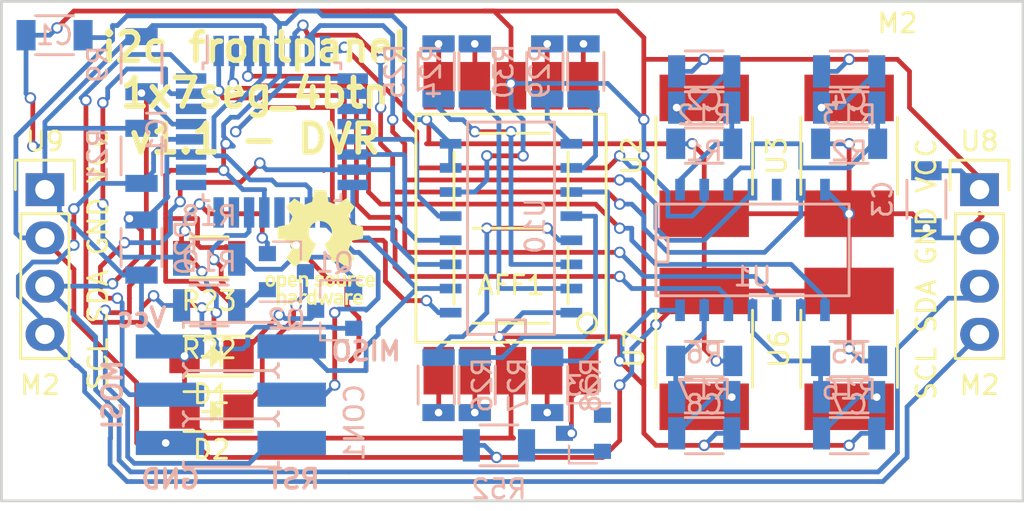
<source format=kicad_pcb>
(kicad_pcb (version 20171130) (host pcbnew 5.0.2+dfsg1-1)
  (layers (0 F.Cu signal) (31 B.Cu signal) (34 B.Paste user) (35 F.Paste user) (36 B.SilkS user) (37 F.SilkS user) (38 B.Mask user) (39 F.Mask user) (44 Edge.Cuts user))
  (net 0 "")
  (net 1 VCC)
  (net 2 "Net-(AFF1-Pad9)")
  (net 3 "Net-(AFF1-Pad10)")
  (net 4 "Net-(AFF1-Pad7)")
  (net 5 "Net-(AFF1-Pad6)")
  (net 6 "Net-(AFF1-Pad2)")
  (net 7 "Net-(AFF1-Pad1)")
  (net 8 "Net-(AFF1-Pad4)")
  (net 9 "Net-(AFF1-Pad5)")
  (net 10 GND)
  (net 11 /B1)
  (net 12 /B2)
  (net 13 /B3)
  (net 14 /B4)
  (net 15 /B5)
  (net 16 /B6)
  (net 17 /C)
  (net 18 /SCK)
  (net 19 /RST)
  (net 20 /B)
  (net 21 "Net-(D1-Pad1)")
  (net 22 "Net-(D2-Pad1)")
  (net 23 /SW6)
  (net 24 /SW5)
  (net 25 /SW4)
  (net 26 /SW3)
  (net 27 /SW2)
  (net 28 /SW1)
  (net 29 /LD0)
  (net 30 /LD1)
  (net 31 /LD2)
  (net 32 /LD3)
  (net 33 /A)
  (net 34 /D)
  (net 35 "Net-(IC1-Pad19)")
  (net 36 "Net-(IC1-Pad20)")
  (net 37 "Net-(IC1-Pad22)")
  (net 38 "Net-(IC1-Pad23)")
  (net 39 "Net-(IC1-Pad24)")
  (net 40 "Net-(IC1-Pad25)")
  (net 41 "Net-(IC1-Pad26)")
  (net 42 /SDA)
  (net 43 /SCL)
  (net 44 "Net-(IC1-Pad30)")
  (net 45 /LED1)
  (net 46 /LED2)
  (net 47 "Net-(Q1-Pad1)")
  (net 48 "Net-(Q1-Pad2)")
  (net 49 "Net-(Q2-Pad1)")
  (net 50 "Net-(Q2-Pad2)")
  (net 51 /DP0)
  (net 52 "Net-(Q3-Pad2)")
  (net 53 /S1)
  (net 54 /S2)
  (net 55 /S5)
  (net 56 /S6)
  (net 57 "Net-(R24-Pad2)")
  (net 58 "Net-(R25-Pad2)")
  (net 59 "Net-(R26-Pad2)")
  (net 60 "Net-(R27-Pad2)")
  (net 61 "Net-(R28-Pad2)")
  (net 62 "Net-(R29-Pad2)")
  (net 63 "Net-(R30-Pad2)")
  (module Housings_QFP:TQFP-32_7x7mm_Pitch0.8mm (layer B.Cu) (at 46.99 27.94 270)
    (fp_text reference IC1 (at 0 6.05 270) (layer B.SilkS) (effects (justify mirror)))
    (fp_text value ATTINY88-A)
    (pad 1 smd rect (at -4.25 2.8 270) (size 1.6 0.55) (layers B.Cu B.Paste B.Mask) (net 23 /SW6))
    (pad 2 smd rect (at -4.25 2 270) (size 1.6 0.55) (layers B.Cu B.Paste B.Mask) (net 24 /SW5))
    (pad 3 smd rect (at -4.25 1.2 270) (size 1.6 0.55) (layers B.Cu B.Paste B.Mask) (net 25 /SW4))
    (pad 4 smd rect (at -4.25 0.4 270) (size 1.6 0.55) (layers B.Cu B.Paste B.Mask) (net 1 VCC))
    (pad 5 smd rect (at -4.25 -0.4 270) (size 1.6 0.55) (layers B.Cu B.Paste B.Mask) (net 10 GND))
    (pad 6 smd rect (at -4.25 -1.2 270) (size 1.6 0.55) (layers B.Cu B.Paste B.Mask) (net 26 /SW3))
    (pad 7 smd rect (at -4.25 -2 270) (size 1.6 0.55) (layers B.Cu B.Paste B.Mask) (net 27 /SW2))
    (pad 8 smd rect (at -4.25 -2.8 270) (size 1.6 0.55) (layers B.Cu B.Paste B.Mask) (net 28 /SW1))
    (pad 9 smd rect (at -2.8 -4.25 180) (size 1.6 0.55) (layers B.Cu B.Paste B.Mask) (net 29 /LD0))
    (pad 10 smd rect (at -2 -4.25 180) (size 1.6 0.55) (layers B.Cu B.Paste B.Mask) (net 30 /LD1))
    (pad 11 smd rect (at -1.2 -4.25 180) (size 1.6 0.55) (layers B.Cu B.Paste B.Mask) (net 31 /LD2))
    (pad 12 smd rect (at -0.4 -4.25 180) (size 1.6 0.55) (layers B.Cu B.Paste B.Mask) (net 32 /LD3))
    (pad 13 smd rect (at 0.4 -4.25 180) (size 1.6 0.55) (layers B.Cu B.Paste B.Mask) (net 33 /A))
    (pad 14 smd rect (at 1.2 -4.25 180) (size 1.6 0.55) (layers B.Cu B.Paste B.Mask) (net 34 /D))
    (pad 15 smd rect (at 2 -4.25 180) (size 1.6 0.55) (layers B.Cu B.Paste B.Mask) (net 20 /B))
    (pad 16 smd rect (at 2.8 -4.25 180) (size 1.6 0.55) (layers B.Cu B.Paste B.Mask) (net 17 /C))
    (pad 17 smd rect (at 4.25 -2.8 270) (size 1.6 0.55) (layers B.Cu B.Paste B.Mask) (net 18 /SCK))
    (pad 18 smd rect (at 4.25 -2 270) (size 1.6 0.55) (layers B.Cu B.Paste B.Mask) (net 1 VCC))
    (pad 19 smd rect (at 4.25 -1.2 270) (size 1.6 0.55) (layers B.Cu B.Paste B.Mask) (net 35 "Net-(IC1-Pad19)"))
    (pad 20 smd rect (at 4.25 -0.4 270) (size 1.6 0.55) (layers B.Cu B.Paste B.Mask) (net 36 "Net-(IC1-Pad20)"))
    (pad 21 smd rect (at 4.25 0.4 270) (size 1.6 0.55) (layers B.Cu B.Paste B.Mask) (net 10 GND))
    (pad 22 smd rect (at 4.25 1.2 270) (size 1.6 0.55) (layers B.Cu B.Paste B.Mask) (net 37 "Net-(IC1-Pad22)"))
    (pad 23 smd rect (at 4.25 2 270) (size 1.6 0.55) (layers B.Cu B.Paste B.Mask) (net 38 "Net-(IC1-Pad23)"))
    (pad 24 smd rect (at 4.25 2.8 270) (size 1.6 0.55) (layers B.Cu B.Paste B.Mask) (net 39 "Net-(IC1-Pad24)"))
    (pad 25 smd rect (at 2.8 4.25 180) (size 1.6 0.55) (layers B.Cu B.Paste B.Mask) (net 40 "Net-(IC1-Pad25)"))
    (pad 26 smd rect (at 2 4.25 180) (size 1.6 0.55) (layers B.Cu B.Paste B.Mask) (net 41 "Net-(IC1-Pad26)"))
    (pad 27 smd rect (at 1.2 4.25 180) (size 1.6 0.55) (layers B.Cu B.Paste B.Mask) (net 42 /SDA))
    (pad 28 smd rect (at 0.4 4.25 180) (size 1.6 0.55) (layers B.Cu B.Paste B.Mask) (net 43 /SCL))
    (pad 29 smd rect (at -0.4 4.25 180) (size 1.6 0.55) (layers B.Cu B.Paste B.Mask) (net 19 /RST))
    (pad 30 smd rect (at -1.2 4.25 180) (size 1.6 0.55) (layers B.Cu B.Paste B.Mask) (net 44 "Net-(IC1-Pad30)"))
    (pad 31 smd rect (at -2 4.25 180) (size 1.6 0.55) (layers B.Cu B.Paste B.Mask) (net 45 /LED1))
    (pad 32 smd rect (at -2.8 4.25 180) (size 1.6 0.55) (layers B.Cu B.Paste B.Mask) (net 46 /LED2))
  )
  (module Resistors_SMD:R_1206 (layer B.Cu) (at 69.723 43.815 180)
    (fp_text reference R17 (at 0 2.3 180) (layer B.SilkS) (effects (justify mirror)))
    (fp_text value 10k)
    (pad 1 smd rect (at -1.45 0 180) (size 0.9 1.7) (layers B.Cu B.Paste B.Mask) (net 1 VCC))
    (pad 2 smd rect (at 1.45 0 180) (size 0.9 1.7) (layers B.Cu B.Paste B.Mask) (net 56 /S6))
  )
  (module i2c_frontpanel:7seg_LTS_4817CKR_P (layer F.Cu) (at 59.563 33.02)
    (fp_text reference AFF1 (at 0 3) (layer F.SilkS))
    (fp_text value 7SEGMENTS)
    (pad 8 smd rect (at 0 -7.5) (size 1.6 2.5) (layers F.Cu F.Paste F.Mask) (net 1 VCC))
    (pad 9 smd rect (at -1.9 -7.5) (size 1.6 2.5) (layers F.Cu F.Paste F.Mask) (net 2 "Net-(AFF1-Pad9)"))
    (pad 10 smd rect (at -3.8 -7.5) (size 1.6 2.5) (layers F.Cu F.Paste F.Mask) (net 3 "Net-(AFF1-Pad10)"))
    (pad 7 smd rect (at 1.9 -7.5) (size 1.6 2.5) (layers F.Cu F.Paste F.Mask) (net 4 "Net-(AFF1-Pad7)"))
    (pad 6 smd rect (at 3.8 -7.5) (size 1.6 2.5) (layers F.Cu F.Paste F.Mask) (net 5 "Net-(AFF1-Pad6)"))
    (pad 3 smd rect (at 0 7.5) (size 1.6 2.5) (layers F.Cu F.Paste F.Mask) (net 1 VCC))
    (pad 2 smd rect (at -1.9 7.5) (size 1.6 2.5) (layers F.Cu F.Paste F.Mask) (net 6 "Net-(AFF1-Pad2)"))
    (pad 1 smd rect (at -3.8 7.5) (size 1.6 2.5) (layers F.Cu F.Paste F.Mask) (net 7 "Net-(AFF1-Pad1)"))
    (pad 4 smd rect (at 1.9 7.5) (size 1.6 2.5) (layers F.Cu F.Paste F.Mask) (net 8 "Net-(AFF1-Pad4)"))
    (pad 5 smd rect (at 3.8 7.5) (size 1.6 2.5) (layers F.Cu F.Paste F.Mask) (net 9 "Net-(AFF1-Pad5)"))
  )
  (module Capacitors_SMD:C_1206 (layer B.Cu) (at 35.56 22.86)
    (fp_text reference C1 (at 0 0) (layer B.SilkS) (effects (justify mirror)))
    (fp_text value 0.1uF)
    (pad 1 smd rect (at -1.5 0) (size 1 1.6) (layers B.Cu B.Paste B.Mask) (net 1 VCC))
    (pad 2 smd rect (at 1.5 0) (size 1 1.6) (layers B.Cu B.Paste B.Mask) (net 10 GND))
  )
  (module Capacitors_SMD:C_1206 (layer B.Cu) (at 69.723 28.575 180)
    (fp_text reference C2 (at 0 2.3 180) (layer B.SilkS) (effects (justify mirror)))
    (fp_text value 0.1uF)
    (pad 1 smd rect (at -1.5 0 180) (size 1 1.6) (layers B.Cu B.Paste B.Mask) (net 11 /B1))
    (pad 2 smd rect (at 1.5 0 180) (size 1 1.6) (layers B.Cu B.Paste B.Mask) (net 10 GND))
  )
  (module Capacitors_SMD:C_1206 (layer B.Cu) (at 81.407 31.496 270)
    (fp_text reference C3 (at 0 2.3 270) (layer B.SilkS) (effects (justify mirror)))
    (fp_text value 0.1uF)
    (pad 1 smd rect (at -1.5 0 270) (size 1 1.6) (layers B.Cu B.Paste B.Mask) (net 1 VCC))
    (pad 2 smd rect (at 1.5 0 270) (size 1 1.6) (layers B.Cu B.Paste B.Mask) (net 10 GND))
  )
  (module Capacitors_SMD:C_1206 (layer B.Cu) (at 77.343 28.575 180)
    (fp_text reference C4 (at 0 2.3 180) (layer B.SilkS) (effects (justify mirror)))
    (fp_text value 0.1uF)
    (pad 1 smd rect (at -1.5 0 180) (size 1 1.6) (layers B.Cu B.Paste B.Mask) (net 12 /B2))
    (pad 2 smd rect (at 1.5 0 180) (size 1 1.6) (layers B.Cu B.Paste B.Mask) (net 10 GND))
  )
  (module Capacitors_SMD:C_1206 (layer B.Cu) (at 77.343 40.005)
    (fp_text reference C7 (at 0 2.3) (layer B.SilkS) (effects (justify mirror)))
    (fp_text value 0.1uF)
    (pad 1 smd rect (at -1.5 0) (size 1 1.6) (layers B.Cu B.Paste B.Mask) (net 15 /B5))
    (pad 2 smd rect (at 1.5 0) (size 1 1.6) (layers B.Cu B.Paste B.Mask) (net 10 GND))
  )
  (module Capacitors_SMD:C_1206 (layer B.Cu) (at 69.723 40.005)
    (fp_text reference C8 (at 0 2.3) (layer B.SilkS) (effects (justify mirror)))
    (fp_text value 0.1uF)
    (pad 1 smd rect (at -1.5 0) (size 1 1.6) (layers B.Cu B.Paste B.Mask) (net 16 /B6))
    (pad 2 smd rect (at 1.5 0) (size 1 1.6) (layers B.Cu B.Paste B.Mask) (net 10 GND))
  )
  (module Pin_Headers:Pin_Header_Straight_SMT_02x03 (layer B.Cu) (at 44.831 41.783 270)
    (fp_text reference CON1 (at 1.47 -6.5 270) (layer B.SilkS) (effects (justify mirror)))
    (fp_text value AVR-ISP-6-DR)
    (pad 1 smd rect (at -2.54 -3.2 270) (size 1.27 3.6) (layers B.Cu B.Paste B.Mask) (net 17 /C))
    (pad 3 smd rect (at 0 -3.2 270) (size 1.27 3.6) (layers B.Cu B.Paste B.Mask) (net 18 /SCK))
    (pad 5 smd rect (at 2.54 -3.2 270) (size 1.27 3.6) (layers B.Cu B.Paste B.Mask) (net 19 /RST))
    (pad 6 smd rect (at 2.54 3.2 270) (size 1.27 3.6) (layers B.Cu B.Paste B.Mask) (net 10 GND))
    (pad 4 smd rect (at 0 3.2 270) (size 1.27 3.6) (layers B.Cu B.Paste B.Mask) (net 20 /B))
    (pad 2 smd rect (at -2.54 3.2 270) (size 1.27 3.6) (layers B.Cu B.Paste B.Mask) (net 1 VCC))
  )
  (module LEDs:LED_1206 (layer F.Cu) (at 43.815 39.751 180)
    (fp_text reference D1 (at 0 -2 180) (layer F.SilkS))
    (fp_text value LED)
    (pad 2 smd rect (at 1.41986 0) (size 1.59766 1.80086) (layers F.Cu F.Paste F.Mask) (net 1 VCC))
    (pad 1 smd rect (at -1.41986 0) (size 1.59766 1.80086) (layers F.Cu F.Paste F.Mask) (net 21 "Net-(D1-Pad1)"))
  )
  (module LEDs:LED_1206 (layer F.Cu) (at 43.815 42.672 180)
    (fp_text reference D2 (at 0 -2 180) (layer F.SilkS))
    (fp_text value LED)
    (pad 2 smd rect (at 1.41986 0) (size 1.59766 1.80086) (layers F.Cu F.Paste F.Mask) (net 1 VCC))
    (pad 1 smd rect (at -1.41986 0) (size 1.59766 1.80086) (layers F.Cu F.Paste F.Mask) (net 22 "Net-(D2-Pad1)"))
  )
  (module TO_SOT_Packages_SMD:SOT-23 (layer B.Cu) (at 50.292 37.338 180)
    (fp_text reference Q1 (at 0 2.5 180) (layer B.SilkS) (effects (justify mirror)))
    (fp_text value 2N7002)
    (pad 1 smd rect (at -1 0.95 180) (size 0.9 0.8) (layers B.Cu B.Paste B.Mask) (net 47 "Net-(Q1-Pad1)"))
    (pad 2 smd rect (at -1 -0.95 180) (size 0.9 0.8) (layers B.Cu B.Paste B.Mask) (net 48 "Net-(Q1-Pad2)"))
    (pad 3 smd rect (at 1 0 180) (size 0.9 0.8) (layers B.Cu B.Paste B.Mask) (net 21 "Net-(D1-Pad1)"))
  )
  (module TO_SOT_Packages_SMD:SOT-23 (layer B.Cu) (at 47.752 35.306)
    (fp_text reference Q2 (at 0 2.5) (layer B.SilkS) (effects (justify mirror)))
    (fp_text value 2N7002)
    (pad 1 smd rect (at -1 0.95) (size 0.9 0.8) (layers B.Cu B.Paste B.Mask) (net 49 "Net-(Q2-Pad1)"))
    (pad 2 smd rect (at -1 -0.95) (size 0.9 0.8) (layers B.Cu B.Paste B.Mask) (net 50 "Net-(Q2-Pad2)"))
    (pad 3 smd rect (at 1 0) (size 0.9 0.8) (layers B.Cu B.Paste B.Mask) (net 22 "Net-(D2-Pad1)"))
  )
  (module TO_SOT_Packages_SMD:SOT-23 (layer B.Cu) (at 63.373 43.815 180)
    (fp_text reference Q3 (at 0 2.5 180) (layer B.SilkS) (effects (justify mirror)))
    (fp_text value 2N7002)
    (pad 1 smd rect (at -1 0.95 180) (size 0.9 0.8) (layers B.Cu B.Paste B.Mask) (net 51 /DP0))
    (pad 2 smd rect (at -1 -0.95 180) (size 0.9 0.8) (layers B.Cu B.Paste B.Mask) (net 52 "Net-(Q3-Pad2)"))
    (pad 3 smd rect (at 1 0 180) (size 0.9 0.8) (layers B.Cu B.Paste B.Mask) (net 9 "Net-(AFF1-Pad5)"))
  )
  (module Resistors_SMD:R_1206 (layer B.Cu) (at 69.723 26.67)
    (fp_text reference R1 (at 0 2.3) (layer B.SilkS) (effects (justify mirror)))
    (fp_text value 10k)
    (pad 1 smd rect (at -1.45 0) (size 0.9 1.7) (layers B.Cu B.Paste B.Mask) (net 53 /S1))
    (pad 2 smd rect (at 1.45 0) (size 0.9 1.7) (layers B.Cu B.Paste B.Mask) (net 11 /B1))
  )
  (module Resistors_SMD:R_1206 (layer B.Cu) (at 77.343 26.67)
    (fp_text reference R2 (at 0 2.3) (layer B.SilkS) (effects (justify mirror)))
    (fp_text value 10k)
    (pad 1 smd rect (at -1.45 0) (size 0.9 1.7) (layers B.Cu B.Paste B.Mask) (net 54 /S2))
    (pad 2 smd rect (at 1.45 0) (size 0.9 1.7) (layers B.Cu B.Paste B.Mask) (net 12 /B2))
  )
  (module Resistors_SMD:R_1206 (layer B.Cu) (at 77.343 41.91 180)
    (fp_text reference R5 (at 0 2.3 180) (layer B.SilkS) (effects (justify mirror)))
    (fp_text value 10k)
    (pad 1 smd rect (at -1.45 0 180) (size 0.9 1.7) (layers B.Cu B.Paste B.Mask) (net 55 /S5))
    (pad 2 smd rect (at 1.45 0 180) (size 0.9 1.7) (layers B.Cu B.Paste B.Mask) (net 15 /B5))
  )
  (module Resistors_SMD:R_1206 (layer B.Cu) (at 69.723 41.91 180)
    (fp_text reference R6 (at 0 2.3 180) (layer B.SilkS) (effects (justify mirror)))
    (fp_text value 10k)
    (pad 1 smd rect (at -1.45 0 180) (size 0.9 1.7) (layers B.Cu B.Paste B.Mask) (net 56 /S6))
    (pad 2 smd rect (at 1.45 0 180) (size 0.9 1.7) (layers B.Cu B.Paste B.Mask) (net 16 /B6))
  )
  (module Resistors_SMD:R_1206 (layer B.Cu) (at 40.132 24.384 270)
    (fp_text reference R9 (at 0 2.3 270) (layer B.SilkS) (effects (justify mirror)))
    (fp_text value 10k)
    (pad 1 smd rect (at -1.45 0 270) (size 0.9 1.7) (layers B.Cu B.Paste B.Mask) (net 1 VCC))
    (pad 2 smd rect (at 1.45 0 270) (size 0.9 1.7) (layers B.Cu B.Paste B.Mask) (net 19 /RST))
  )
  (module Resistors_SMD:R_1206 (layer B.Cu) (at 69.723 24.765)
    (fp_text reference R12 (at 0 2.3) (layer B.SilkS) (effects (justify mirror)))
    (fp_text value 10k)
    (pad 1 smd rect (at -1.45 0) (size 0.9 1.7) (layers B.Cu B.Paste B.Mask) (net 1 VCC))
    (pad 2 smd rect (at 1.45 0) (size 0.9 1.7) (layers B.Cu B.Paste B.Mask) (net 53 /S1))
  )
  (module Resistors_SMD:R_1206 (layer B.Cu) (at 77.343 24.765)
    (fp_text reference R13 (at 0 2.3) (layer B.SilkS) (effects (justify mirror)))
    (fp_text value 10k)
    (pad 1 smd rect (at -1.45 0) (size 0.9 1.7) (layers B.Cu B.Paste B.Mask) (net 1 VCC))
    (pad 2 smd rect (at 1.45 0) (size 0.9 1.7) (layers B.Cu B.Paste B.Mask) (net 54 /S2))
  )
  (module Resistors_SMD:R_1206 (layer B.Cu) (at 77.343 43.815 180)
    (fp_text reference R16 (at 0 2.3 180) (layer B.SilkS) (effects (justify mirror)))
    (fp_text value 10k)
    (pad 1 smd rect (at -1.45 0 180) (size 0.9 1.7) (layers B.Cu B.Paste B.Mask) (net 1 VCC))
    (pad 2 smd rect (at 1.45 0 180) (size 0.9 1.7) (layers B.Cu B.Paste B.Mask) (net 55 /S5))
  )
  (module Resistors_SMD:R_1206 (layer B.Cu) (at 43.688 34.671 180)
    (fp_text reference R18 (at 0 2.3 180) (layer B.SilkS) (effects (justify mirror)))
    (fp_text value 100)
    (pad 1 smd rect (at -1.45 0 180) (size 0.9 1.7) (layers B.Cu B.Paste B.Mask) (net 47 "Net-(Q1-Pad1)"))
    (pad 2 smd rect (at 1.45 0 180) (size 0.9 1.7) (layers B.Cu B.Paste B.Mask) (net 45 /LED1))
  )
  (module Resistors_SMD:R_1206 (layer B.Cu) (at 43.688 37.084 180)
    (fp_text reference R19 (at 0 2.3 180) (layer B.SilkS) (effects (justify mirror)))
    (fp_text value 100)
    (pad 1 smd rect (at -1.45 0 180) (size 0.9 1.7) (layers B.Cu B.Paste B.Mask) (net 49 "Net-(Q2-Pad1)"))
    (pad 2 smd rect (at 1.45 0 180) (size 0.9 1.7) (layers B.Cu B.Paste B.Mask) (net 46 /LED2))
  )
  (module Resistors_SMD:R_1206 (layer B.Cu) (at 40.132 34.036 90)
    (fp_text reference R20 (at 0 2.3 90) (layer B.SilkS) (effects (justify mirror)))
    (fp_text value 4.7k)
    (pad 1 smd rect (at -1.45 0 90) (size 0.9 1.7) (layers B.Cu B.Paste B.Mask) (net 1 VCC))
    (pad 2 smd rect (at 1.45 0 90) (size 0.9 1.7) (layers B.Cu B.Paste B.Mask) (net 42 /SDA))
  )
  (module Resistors_SMD:R_1206 (layer B.Cu) (at 40.132 29.21 270)
    (fp_text reference R21 (at 0 2.3 270) (layer B.SilkS) (effects (justify mirror)))
    (fp_text value 4.7k)
    (pad 1 smd rect (at -1.45 0 270) (size 0.9 1.7) (layers B.Cu B.Paste B.Mask) (net 1 VCC))
    (pad 2 smd rect (at 1.45 0 270) (size 0.9 1.7) (layers B.Cu B.Paste B.Mask) (net 43 /SCL))
  )
  (module Resistors_SMD:R_1206 (layer F.Cu) (at 43.688 37.084 180)
    (fp_text reference R22 (at 0 -2.3 180) (layer F.SilkS))
    (fp_text value 470)
    (pad 1 smd rect (at -1.45 0 180) (size 0.9 1.7) (layers F.Cu F.Paste F.Mask) (net 10 GND))
    (pad 2 smd rect (at 1.45 0 180) (size 0.9 1.7) (layers F.Cu F.Paste F.Mask) (net 48 "Net-(Q1-Pad2)"))
  )
  (module Resistors_SMD:R_1206 (layer F.Cu) (at 43.688 34.544 180)
    (fp_text reference R23 (at 0 -2.3 180) (layer F.SilkS))
    (fp_text value 470)
    (pad 1 smd rect (at -1.45 0 180) (size 0.9 1.7) (layers F.Cu F.Paste F.Mask) (net 10 GND))
    (pad 2 smd rect (at 1.45 0 180) (size 0.9 1.7) (layers F.Cu F.Paste F.Mask) (net 50 "Net-(Q2-Pad2)"))
  )
  (module Resistors_SMD:R_1206 (layer B.Cu) (at 57.658 24.765 270)
    (fp_text reference R24 (at 0 2.3 270) (layer B.SilkS) (effects (justify mirror)))
    (fp_text value 470)
    (pad 1 smd rect (at -1.45 0 270) (size 0.9 1.7) (layers B.Cu B.Paste B.Mask) (net 2 "Net-(AFF1-Pad9)"))
    (pad 2 smd rect (at 1.45 0 270) (size 0.9 1.7) (layers B.Cu B.Paste B.Mask) (net 57 "Net-(R24-Pad2)"))
  )
  (module Resistors_SMD:R_1206 (layer B.Cu) (at 55.753 24.765 270)
    (fp_text reference R25 (at 0 2.3 270) (layer B.SilkS) (effects (justify mirror)))
    (fp_text value 470)
    (pad 1 smd rect (at -1.45 0 270) (size 0.9 1.7) (layers B.Cu B.Paste B.Mask) (net 3 "Net-(AFF1-Pad10)"))
    (pad 2 smd rect (at 1.45 0 270) (size 0.9 1.7) (layers B.Cu B.Paste B.Mask) (net 58 "Net-(R25-Pad2)"))
  )
  (module Resistors_SMD:R_1206 (layer B.Cu) (at 55.753 41.275 90)
    (fp_text reference R26 (at 0 2.3 90) (layer B.SilkS) (effects (justify mirror)))
    (fp_text value 470)
    (pad 1 smd rect (at -1.45 0 90) (size 0.9 1.7) (layers B.Cu B.Paste B.Mask) (net 7 "Net-(AFF1-Pad1)"))
    (pad 2 smd rect (at 1.45 0 90) (size 0.9 1.7) (layers B.Cu B.Paste B.Mask) (net 59 "Net-(R26-Pad2)"))
  )
  (module Resistors_SMD:R_1206 (layer B.Cu) (at 57.658 41.275 90)
    (fp_text reference R27 (at 0 2.3 90) (layer B.SilkS) (effects (justify mirror)))
    (fp_text value 470)
    (pad 1 smd rect (at -1.45 0 90) (size 0.9 1.7) (layers B.Cu B.Paste B.Mask) (net 6 "Net-(AFF1-Pad2)"))
    (pad 2 smd rect (at 1.45 0 90) (size 0.9 1.7) (layers B.Cu B.Paste B.Mask) (net 60 "Net-(R27-Pad2)"))
  )
  (module Resistors_SMD:R_1206 (layer B.Cu) (at 61.468 41.275 90)
    (fp_text reference R28 (at 0 2.3 90) (layer B.SilkS) (effects (justify mirror)))
    (fp_text value 470)
    (pad 1 smd rect (at -1.45 0 90) (size 0.9 1.7) (layers B.Cu B.Paste B.Mask) (net 8 "Net-(AFF1-Pad4)"))
    (pad 2 smd rect (at 1.45 0 90) (size 0.9 1.7) (layers B.Cu B.Paste B.Mask) (net 61 "Net-(R28-Pad2)"))
  )
  (module Resistors_SMD:R_1206 (layer B.Cu) (at 63.373 24.765 270)
    (fp_text reference R29 (at 0 2.3 270) (layer B.SilkS) (effects (justify mirror)))
    (fp_text value 470)
    (pad 1 smd rect (at -1.45 0 270) (size 0.9 1.7) (layers B.Cu B.Paste B.Mask) (net 5 "Net-(AFF1-Pad6)"))
    (pad 2 smd rect (at 1.45 0 270) (size 0.9 1.7) (layers B.Cu B.Paste B.Mask) (net 62 "Net-(R29-Pad2)"))
  )
  (module Resistors_SMD:R_1206 (layer B.Cu) (at 61.468 24.765 270)
    (fp_text reference R30 (at 0 2.3 270) (layer B.SilkS) (effects (justify mirror)))
    (fp_text value 470)
    (pad 1 smd rect (at -1.45 0 270) (size 0.9 1.7) (layers B.Cu B.Paste B.Mask) (net 4 "Net-(AFF1-Pad7)"))
    (pad 2 smd rect (at 1.45 0 270) (size 0.9 1.7) (layers B.Cu B.Paste B.Mask) (net 63 "Net-(R30-Pad2)"))
  )
  (module Resistors_SMD:R_1206 (layer B.Cu) (at 58.928 44.45)
    (fp_text reference R52 (at 0 2.3) (layer B.SilkS) (effects (justify mirror)))
    (fp_text value 470)
    (pad 1 smd rect (at -1.45 0) (size 0.9 1.7) (layers B.Cu B.Paste B.Mask) (net 10 GND))
    (pad 2 smd rect (at 1.45 0) (size 0.9 1.7) (layers B.Cu B.Paste B.Mask) (net 52 "Net-(Q3-Pad2)"))
  )
  (module SMD_Packages:SOIC-14_N (layer B.Cu) (at 72.263 34.29)
    (fp_text reference U1 (at 0 1.27) (layer B.SilkS) (effects (justify mirror)))
    (fp_text value 74HC14D_653)
    (pad 1 smd rect (at -3.81 -3.302) (size 0.508 1.143) (layers B.Cu B.Paste B.Mask) (net 11 /B1))
    (pad 2 smd rect (at -2.54 -3.302) (size 0.508 1.143) (layers B.Cu B.Paste B.Mask) (net 28 /SW1))
    (pad 3 smd rect (at -1.27 -3.302) (size 0.508 1.143) (layers B.Cu B.Paste B.Mask) (net 12 /B2))
    (pad 4 smd rect (at 0 -3.302) (size 0.508 1.143) (layers B.Cu B.Paste B.Mask) (net 27 /SW2))
    (pad 5 smd rect (at 1.27 -3.302) (size 0.508 1.143) (layers B.Cu B.Paste B.Mask) (net 13 /B3))
    (pad 6 smd rect (at 2.54 -3.302) (size 0.508 1.143) (layers B.Cu B.Paste B.Mask) (net 26 /SW3))
    (pad 7 smd rect (at 3.81 -3.302) (size 0.508 1.143) (layers B.Cu B.Paste B.Mask) (net 10 GND))
    (pad 8 smd rect (at 3.81 3.048) (size 0.508 1.143) (layers B.Cu B.Paste B.Mask) (net 25 /SW4))
    (pad 9 smd rect (at 2.54 3.048) (size 0.508 1.143) (layers B.Cu B.Paste B.Mask) (net 14 /B4))
    (pad 11 smd rect (at 0 3.048) (size 0.508 1.143) (layers B.Cu B.Paste B.Mask) (net 15 /B5))
    (pad 12 smd rect (at -1.27 3.048) (size 0.508 1.143) (layers B.Cu B.Paste B.Mask) (net 23 /SW6))
    (pad 13 smd rect (at -2.54 3.048) (size 0.508 1.143) (layers B.Cu B.Paste B.Mask) (net 16 /B6))
    (pad 14 smd rect (at -3.81 3.048) (size 0.508 1.143) (layers B.Cu B.Paste B.Mask) (net 1 VCC))
    (pad 10 smd rect (at 1.27 3.048) (size 0.508 1.143) (layers B.Cu B.Paste B.Mask) (net 24 /SW5))
  )
  (module Resistors_SMD:R_2816 (layer F.Cu) (at 69.723 29.21 90)
    (fp_text reference U2 (at 0 -3.81 90) (layer F.SilkS))
    (fp_text value SW_SPST)
    (pad 1 smd rect (at -3.048 0 90) (size 2.45 4.7) (layers F.Cu F.Paste F.Mask) (net 10 GND))
    (pad 2 smd rect (at 3.048 0 90) (size 2.45 4.7) (layers F.Cu F.Paste F.Mask) (net 53 /S1))
  )
  (module Resistors_SMD:R_2816 (layer F.Cu) (at 77.343 29.21 90)
    (fp_text reference U3 (at 0 -3.81 90) (layer F.SilkS))
    (fp_text value SW_SPST)
    (pad 1 smd rect (at -3.048 0 90) (size 2.45 4.7) (layers F.Cu F.Paste F.Mask) (net 10 GND))
    (pad 2 smd rect (at 3.048 0 90) (size 2.45 4.7) (layers F.Cu F.Paste F.Mask) (net 54 /S2))
  )
  (module Resistors_SMD:R_2816 (layer F.Cu) (at 77.343 39.37 270)
    (fp_text reference U6 (at 0 3.683 270) (layer F.SilkS))
    (fp_text value SW_SPST)
    (pad 1 smd rect (at -3.048 0 270) (size 2.45 4.7) (layers F.Cu F.Paste F.Mask) (net 10 GND))
    (pad 2 smd rect (at 3.048 0 270) (size 2.45 4.7) (layers F.Cu F.Paste F.Mask) (net 55 /S5))
  )
  (module Resistors_SMD:R_2816 (layer F.Cu) (at 69.723 39.37 270)
    (fp_text reference U7 (at 0 3.683 270) (layer F.SilkS))
    (fp_text value SW_SPST)
    (pad 1 smd rect (at -3.048 0 270) (size 2.45 4.7) (layers F.Cu F.Paste F.Mask) (net 10 GND))
    (pad 2 smd rect (at 3.048 0 270) (size 2.45 4.7) (layers F.Cu F.Paste F.Mask) (net 56 /S6))
  )
  (module Pin_Headers:Pin_Header_Straight_1x04 (layer F.Cu) (at 84.201 30.988)
    (fp_text reference U8 (at 0 -2.54) (layer F.SilkS))
    (fp_text value "SCL SDA GND VCC" (at -2.794 4.191 90) (layer F.SilkS))
    (pad 1 thru_hole rect (at 0 0) (size 2.032 1.7272) (drill 1.016) (layers *.Cu *.Mask) (net 1 VCC))
    (pad 2 thru_hole oval (at 0 2.54) (size 2.032 1.7272) (drill 1.016) (layers *.Cu *.Mask) (net 10 GND))
    (pad 3 thru_hole oval (at 0 5.08) (size 2.032 1.7272) (drill 1.016) (layers *.Cu *.Mask) (net 42 /SDA))
    (pad 4 thru_hole oval (at 0 7.62) (size 2.032 1.7272) (drill 1.016) (layers *.Cu *.Mask) (net 43 /SCL))
  )
  (module Pin_Headers:Pin_Header_Straight_1x04 (layer F.Cu) (at 35.052 30.988)
    (fp_text reference U9 (at 0 -2.54) (layer F.SilkS))
    (fp_text value "SCL SDA GND VCC" (at 2.794 3.683 90) (layer F.SilkS))
    (pad 1 thru_hole rect (at 0 0) (size 2.032 1.7272) (drill 1.016) (layers *.Cu *.Mask) (net 1 VCC))
    (pad 2 thru_hole oval (at 0 2.54) (size 2.032 1.7272) (drill 1.016) (layers *.Cu *.Mask) (net 10 GND))
    (pad 3 thru_hole oval (at 0 5.08) (size 2.032 1.7272) (drill 1.016) (layers *.Cu *.Mask) (net 42 /SDA))
    (pad 4 thru_hole oval (at 0 7.62) (size 2.032 1.7272) (drill 1.016) (layers *.Cu *.Mask) (net 43 /SCL))
  )
  (module SMD_Packages:SO-16-N (layer B.Cu) (at 59.563 33.02 90)
    (fp_text reference U10 (at 0.127 1.27 90) (layer B.SilkS) (effects (justify mirror)))
    (fp_text value MC14543B)
    (pad 16 smd rect (at -4.445 3.175 90) (size 0.508 1.143) (layers B.Cu B.Paste B.Mask) (net 1 VCC))
    (pad 14 smd rect (at -1.905 3.175 90) (size 0.508 1.143) (layers B.Cu B.Paste B.Mask) (net 58 "Net-(R25-Pad2)"))
    (pad 13 smd rect (at -0.635 3.175 90) (size 0.508 1.143) (layers B.Cu B.Paste B.Mask) (net 59 "Net-(R26-Pad2)"))
    (pad 12 smd rect (at 0.635 3.175 90) (size 0.508 1.143) (layers B.Cu B.Paste B.Mask) (net 60 "Net-(R27-Pad2)"))
    (pad 11 smd rect (at 1.905 3.175 90) (size 0.508 1.143) (layers B.Cu B.Paste B.Mask) (net 61 "Net-(R28-Pad2)"))
    (pad 10 smd rect (at 3.175 3.175 90) (size 0.508 1.143) (layers B.Cu B.Paste B.Mask) (net 62 "Net-(R29-Pad2)"))
    (pad 9 smd rect (at 4.445 3.175 90) (size 0.508 1.143) (layers B.Cu B.Paste B.Mask) (net 63 "Net-(R30-Pad2)"))
    (pad 8 smd rect (at 4.445 -3.175 90) (size 0.508 1.143) (layers B.Cu B.Paste B.Mask) (net 10 GND))
    (pad 7 smd rect (at 3.175 -3.175 90) (size 0.508 1.143) (layers B.Cu B.Paste B.Mask) (net 10 GND))
    (pad 6 smd rect (at 1.905 -3.175 90) (size 0.508 1.143) (layers B.Cu B.Paste B.Mask) (net 1 VCC))
    (pad 5 smd rect (at 0.635 -3.175 90) (size 0.508 1.143) (layers B.Cu B.Paste B.Mask) (net 33 /A))
    (pad 4 smd rect (at -0.635 -3.175 90) (size 0.508 1.143) (layers B.Cu B.Paste B.Mask) (net 34 /D))
    (pad 3 smd rect (at -1.905 -3.175 90) (size 0.508 1.143) (layers B.Cu B.Paste B.Mask) (net 20 /B))
    (pad 2 smd rect (at -3.175 -3.175 90) (size 0.508 1.143) (layers B.Cu B.Paste B.Mask) (net 17 /C))
    (pad 1 smd rect (at -4.445 -3.175 90) (size 0.508 1.143) (layers B.Cu B.Paste B.Mask) (net 29 /LD0))
    (pad 15 smd rect (at -3.175 3.175 90) (size 0.508 1.143) (layers B.Cu B.Paste B.Mask) (net 57 "Net-(R24-Pad2)"))
  )
  (module Mounting_Holes:MountingHole_2.2mm_M2 (layer F.Cu) (at 35.56 44.577)
    (fp_text reference "" (at 0 -3.2) (layer F.SilkS))
    (fp_text value M2 (at -0.762 -3.302) (layer F.SilkS))
    (pad 1 np_thru_hole circle (at 0 0) (size 2.2 2.2) (drill 2.2) (layers *.Cu *.Mask))
  )
  (module Mounting_Holes:MountingHole_2.2mm_M2 (layer F.Cu) (at 83.439 24.003)
    (fp_text reference "" (at -2.413 -1.778) (layer F.SilkS))
    (fp_text value M2 (at -3.556 -1.778) (layer F.SilkS))
    (pad 1 np_thru_hole circle (at 0 0) (size 2.2 2.2) (drill 2.2) (layers *.Cu *.Mask))
  )
  (module Mounting_Holes:MountingHole_2.2mm_M2 (layer F.Cu) (at 83.439 44.577)
    (fp_text reference "" (at 0 -3.2) (layer F.SilkS))
    (fp_text value M2 (at 0.762 -3.302) (layer F.SilkS))
    (pad 1 np_thru_hole circle (at 0 0) (size 2.2 2.2) (drill 2.2) (layers *.Cu *.Mask))
  )
  (module Symbols:OSHW-Logo_5.7x6mm_SilkScreen (layer F.Cu) (at 49.53 34.036)
    (fp_text reference REF*** hide)
    (fp_text value OSHW-Logo_5.7x6mm_SilkScreen hide)
  )
  (gr_line (start 86.487 21.082) (end 32.766 21.082) (angle 90) (layer Edge.Cuts) (width 0.15))
  (gr_line (start 32.766 47.371) (end 86.487 47.371) (angle 90) (layer Edge.Cuts) (width 0.15))
  (gr_line (start 86.487 32.893) (end 86.487 21.082) (angle 90) (layer Edge.Cuts) (width 0.15))
  (gr_line (start 86.487 32.893) (end 86.487 47.371) (angle 90) (layer Edge.Cuts) (width 0.15))
  (gr_text MISO (at 51.943 39.497) (layer B.SilkS) (effects (font (size 1 1) (thickness 0.2)) (justify mirror)))
  (gr_text MOSI (at 38.608 41.783 90) (layer B.SilkS) (effects (font (size 1 1) (thickness 0.2)) (justify mirror)))
  (gr_text Vcc (at 40.132 37.719) (layer B.SilkS) (effects (font (size 1 1) (thickness 0.2)) (justify mirror)))
  (gr_text RST (at 48.133 46.228) (layer B.SilkS) (effects (font (size 1 1) (thickness 0.2)) (justify mirror)))
  (gr_text GND (at 41.656 46.228) (layer B.SilkS) (effects (font (size 1 1) (thickness 0.2)) (justify mirror)))
  (gr_text "i2c frontpanel\n1x7seg_4btn\nv1.1 - DVR" (at 46.101 25.908) (layer F.SilkS) (effects (font (size 1.5 1.5) (thickness 0.3))))
  (gr_line (start 32.766 47.244) (end 32.766 47.371) (angle 90) (layer Edge.Cuts) (width 0.15))
  (gr_line (start 32.766 21.082) (end 32.766 47.244) (angle 90) (layer Edge.Cuts) (width 0.15))
  (segment (start 51.943 40.259) (end 51.943 40.513) (width 0.25) (layer F.Cu) (net 0))
  (segment (start 49.714998 29.969249) (end 49.717749 29.969249) (width 0.25) (layer F.Cu) (net 0))
  (segment (start 49.717749 29.969249) (end 49.714998 29.969249) (width 0.25) (layer F.Cu) (net 0))
  (segment (start 49.714998 29.969249) (end 49.717749 29.972) (width 0.25) (layer F.Cu) (net 0))
  (segment (start 42.39514 42.672) (end 42.39514 42.90314) (width 0.25) (layer F.Cu) (net 1))
  (segment (start 42.39514 42.90314) (end 43.561 44.069) (width 0.25) (layer F.Cu) (net 1))
  (segment (start 59.563 43.942) (end 59.563 40.52) (width 0.25) (layer F.Cu) (net 1))
  (segment (start 59.69 44.069) (end 59.563 43.942) (width 0.25) (layer F.Cu) (net 1))
  (segment (start 43.561 44.069) (end 59.69 44.069) (width 0.25) (layer F.Cu) (net 1))
  (segment (start 81.407 29.996) (end 83.209 29.996) (width 0.25) (layer B.Cu) (net 1))
  (segment (start 83.209 29.996) (end 84.201 30.988) (width 0.25) (layer B.Cu) (net 1))
  (segment (start 84.201 30.988) (end 84.201 30.353) (width 0.25) (layer F.Cu) (net 1))
  (segment (start 84.201 30.353) (end 83.693 29.845) (width 0.25) (layer F.Cu) (net 1))
  (segment (start 58.166 21.59) (end 52.07 21.59) (width 0.25) (layer F.Cu) (net 1))
  (segment (start 52.07 21.59) (end 51.943 21.59) (width 0.25) (layer F.Cu) (net 1))
  (segment (start 35.306 22.86) (end 34.06 22.86) (width 0.25) (layer B.Cu) (net 1))
  (segment (start 36.576 21.59) (end 51.943 21.59) (width 0.25) (layer F.Cu) (net 1))
  (segment (start 35.687 22.479) (end 36.576 21.59) (width 0.25) (layer F.Cu) (net 1))
  (via (at 35.687 22.479) (size 0.6) (drill 0.4) (layers F.Cu B.Cu) (net 1))
  (segment (start 35.306 22.86) (end 35.687 22.479) (width 0.25) (layer B.Cu) (net 1))
  (segment (start 77.343 24.13) (end 79.883 24.13) (width 0.25) (layer F.Cu) (net 1))
  (segment (start 80.518 26.67) (end 80.518 24.765) (width 0.25) (layer F.Cu) (net 1))
  (segment (start 80.518 24.765) (end 79.883 24.13) (width 0.25) (layer F.Cu) (net 1))
  (segment (start 80.518 26.67) (end 83.693 29.845) (width 0.25) (layer F.Cu) (net 1))
  (segment (start 59.563 25.4) (end 64.643 25.4) (width 0.25) (layer B.Cu) (net 1))
  (segment (start 64.643 25.4) (end 66.548 27.305) (width 0.25) (layer B.Cu) (net 1))
  (segment (start 45.847 30.48) (end 46.99 30.48) (width 0.25) (layer B.Cu) (net 1))
  (segment (start 44.069699 29.209301) (end 43.942 29.081602) (width 0.25) (layer B.Cu) (net 1))
  (segment (start 46.59 25.038) (end 45.085 26.543) (width 0.25) (layer B.Cu) (net 1))
  (segment (start 46.59 23.69) (end 46.59 25.038) (width 0.25) (layer B.Cu) (net 1))
  (segment (start 43.942 27.178) (end 43.942 28.194) (width 0.25) (layer B.Cu) (net 1))
  (segment (start 44.577 26.543) (end 43.942 27.178) (width 0.25) (layer B.Cu) (net 1))
  (segment (start 45.085 26.543) (end 44.577 26.543) (width 0.25) (layer B.Cu) (net 1))
  (segment (start 44.576301 29.209301) (end 45.847 30.48) (width 0.25) (layer B.Cu) (net 1))
  (segment (start 44.576301 29.209301) (end 44.069699 29.209301) (width 0.25) (layer B.Cu) (net 1))
  (segment (start 43.942 29.081602) (end 43.942 28.194) (width 0.25) (layer B.Cu) (net 1))
  (segment (start 48.99 30.956) (end 48.99 32.19) (width 0.25) (layer B.Cu) (net 1))
  (segment (start 48.768 30.734) (end 48.99 30.956) (width 0.25) (layer B.Cu) (net 1))
  (segment (start 47.244 30.734) (end 48.768 30.734) (width 0.25) (layer B.Cu) (net 1))
  (segment (start 46.99 30.48) (end 47.244 30.734) (width 0.25) (layer B.Cu) (net 1))
  (via (at 42.39514 39.751) (size 0.6) (drill 0.4) (layers F.Cu B.Cu) (net 1))
  (segment (start 42.39514 39.751) (end 41.88714 39.243) (width 0.25) (layer B.Cu) (net 1))
  (segment (start 41.88714 39.243) (end 41.631 39.243) (width 0.25) (layer B.Cu) (net 1))
  (segment (start 42.39514 42.672) (end 42.39514 39.751) (width 0.25) (layer F.Cu) (net 1))
  (segment (start 40.132 37.744) (end 41.631 39.243) (width 0.25) (layer B.Cu) (net 1))
  (segment (start 40.132 35.486) (end 40.132 37.744) (width 0.25) (layer B.Cu) (net 1))
  (segment (start 65.405 38.862) (end 65.405 39.878) (width 0.25) (layer B.Cu) (net 1))
  (via (at 65.278 40.005) (size 0.6) (drill 0.4) (layers F.Cu B.Cu) (net 1))
  (segment (start 66.929 37.338) (end 65.405 38.862) (width 0.25) (layer B.Cu) (net 1))
  (segment (start 68.453 37.338) (end 66.929 37.338) (width 0.25) (layer B.Cu) (net 1))
  (segment (start 65.405 39.878) (end 65.278 40.005) (width 0.25) (layer B.Cu) (net 1))
  (segment (start 66.548 24.13) (end 66.548 22.987) (width 0.25) (layer F.Cu) (net 1))
  (segment (start 65.151 21.59) (end 58.166 21.59) (width 0.25) (layer F.Cu) (net 1))
  (segment (start 66.548 22.987) (end 65.151 21.59) (width 0.25) (layer F.Cu) (net 1))
  (segment (start 58.166 21.59) (end 58.674 21.59) (width 0.25) (layer F.Cu) (net 1))
  (segment (start 58.674 21.59) (end 59.563 22.479) (width 0.25) (layer F.Cu) (net 1))
  (segment (start 59.563 22.479) (end 59.563 25.52) (width 0.25) (layer F.Cu) (net 1))
  (segment (start 34.06 22.86) (end 34.06 25.932) (width 0.25) (layer B.Cu) (net 1))
  (segment (start 34.417 28.702) (end 35.052 28.702) (width 0.25) (layer B.Cu) (net 1))
  (via (at 34.417 28.702) (size 0.6) (drill 0.4) (layers F.Cu B.Cu) (net 1))
  (segment (start 34.417 26.289) (end 34.417 28.702) (width 0.25) (layer F.Cu) (net 1))
  (segment (start 34.29 26.162) (end 34.417 26.289) (width 0.25) (layer F.Cu) (net 1))
  (via (at 34.29 26.162) (size 0.6) (drill 0.4) (layers F.Cu B.Cu) (net 1))
  (segment (start 34.06 25.932) (end 34.29 26.162) (width 0.25) (layer B.Cu) (net 1))
  (segment (start 35.814 31.75) (end 35.814 32.131) (width 0.25) (layer B.Cu) (net 1))
  (segment (start 35.814 32.131) (end 36.957 33.274) (width 0.25) (layer B.Cu) (net 1))
  (segment (start 35.814 31.75) (end 35.052 30.988) (width 0.25) (layer B.Cu) (net 1))
  (segment (start 35.052 30.988) (end 35.941 30.988) (width 0.25) (layer B.Cu) (net 1))
  (segment (start 40.132 35.486) (end 39.169 35.486) (width 0.25) (layer B.Cu) (net 1))
  (segment (start 39.169 35.486) (end 36.957 33.274) (width 0.25) (layer B.Cu) (net 1))
  (segment (start 40.132 27.76) (end 35.052 27.76) (width 0.25) (layer B.Cu) (net 1))
  (segment (start 35.052 27.76) (end 35.052 27.813) (width 0.25) (layer B.Cu) (net 1))
  (segment (start 40.132 22.934) (end 39.55 22.934) (width 0.25) (layer B.Cu) (net 1))
  (segment (start 39.55 22.934) (end 35.052 27.432) (width 0.25) (layer B.Cu) (net 1))
  (segment (start 35.052 27.432) (end 35.052 27.813) (width 0.25) (layer B.Cu) (net 1))
  (segment (start 35.052 27.813) (end 35.052 28.194) (width 0.25) (layer B.Cu) (net 1))
  (segment (start 46.59 23.69) (end 46.59 22.46) (width 0.25) (layer B.Cu) (net 1))
  (segment (start 40.714 22.352) (end 40.132 22.934) (width 0.25) (layer B.Cu) (net 1))
  (segment (start 46.482 22.352) (end 40.714 22.352) (width 0.25) (layer B.Cu) (net 1))
  (segment (start 46.59 22.46) (end 46.482 22.352) (width 0.25) (layer B.Cu) (net 1))
  (segment (start 35.052 30.988) (end 35.052 28.702) (width 0.25) (layer B.Cu) (net 1))
  (segment (start 35.052 28.702) (end 35.052 28.194) (width 0.25) (layer B.Cu) (net 1))
  (segment (start 65.278 40.005) (end 65.278 38.735) (width 0.25) (layer F.Cu) (net 1))
  (segment (start 65.278 38.735) (end 58.928 38.735) (width 0.25) (layer F.Cu) (net 1))
  (segment (start 69.723 24.13) (end 66.548 24.13) (width 0.25) (layer F.Cu) (net 1))
  (segment (start 66.548 29.21) (end 66.548 41.275) (width 0.25) (layer F.Cu) (net 1))
  (segment (start 66.548 27.305) (end 66.548 29.21) (width 0.25) (layer B.Cu) (net 1))
  (via (at 66.548 29.21) (size 0.6) (drill 0.4) (layers F.Cu B.Cu) (net 1))
  (via (at 66.548 27.305) (size 0.6) (drill 0.4) (layers F.Cu B.Cu) (net 1))
  (segment (start 66.548 24.13) (end 66.548 27.305) (width 0.25) (layer F.Cu) (net 1))
  (segment (start 69.723 44.45) (end 77.343 44.45) (width 0.25) (layer F.Cu) (net 1))
  (segment (start 77.978 43.815) (end 78.793 43.815) (width 0.25) (layer B.Cu) (net 1))
  (segment (start 77.343 44.45) (end 77.978 43.815) (width 0.25) (layer B.Cu) (net 1))
  (via (at 77.343 44.45) (size 0.6) (drill 0.4) (layers F.Cu B.Cu) (net 1))
  (segment (start 65.278 40.005) (end 66.548 41.275) (width 0.25) (layer F.Cu) (net 1))
  (segment (start 70.358 43.815) (end 71.173 43.815) (width 0.25) (layer B.Cu) (net 1))
  (segment (start 69.723 44.45) (end 70.358 43.815) (width 0.25) (layer B.Cu) (net 1))
  (via (at 69.723 44.45) (size 0.6) (drill 0.4) (layers F.Cu B.Cu) (net 1))
  (segment (start 67.183 44.45) (end 69.723 44.45) (width 0.25) (layer F.Cu) (net 1))
  (segment (start 66.548 41.275) (end 66.548 43.815) (width 0.25) (layer F.Cu) (net 1))
  (segment (start 66.548 43.815) (end 67.183 44.45) (width 0.25) (layer F.Cu) (net 1))
  (via (at 58.928 38.735) (size 0.6) (drill 0.4) (layers F.Cu B.Cu) (net 1))
  (segment (start 60.198 37.465) (end 58.928 38.735) (width 0.25) (layer B.Cu) (net 1))
  (segment (start 62.738 37.465) (end 60.198 37.465) (width 0.25) (layer B.Cu) (net 1))
  (segment (start 58.928 38.735) (end 59.563 39.37) (width 0.25) (layer F.Cu) (net 1))
  (segment (start 59.563 39.37) (end 59.563 40.52) (width 0.25) (layer F.Cu) (net 1))
  (segment (start 68.273 24.765) (end 69.088 24.765) (width 0.25) (layer B.Cu) (net 1))
  (segment (start 76.708 24.765) (end 75.893 24.765) (width 0.25) (layer B.Cu) (net 1))
  (segment (start 77.343 24.13) (end 76.708 24.765) (width 0.25) (layer B.Cu) (net 1))
  (via (at 77.343 24.13) (size 0.6) (drill 0.4) (layers F.Cu B.Cu) (net 1))
  (segment (start 69.723 24.13) (end 77.343 24.13) (width 0.25) (layer F.Cu) (net 1))
  (via (at 69.723 24.13) (size 0.6) (drill 0.4) (layers F.Cu B.Cu) (net 1))
  (segment (start 69.088 24.765) (end 69.723 24.13) (width 0.25) (layer B.Cu) (net 1))
  (segment (start 56.388 31.115) (end 57.658 31.115) (width 0.25) (layer B.Cu) (net 1))
  (segment (start 59.563 25.4) (end 59.563 25.52) (width 0.25) (layer F.Cu) (net 1))
  (via (at 59.563 25.4) (size 0.6) (drill 0.4) (layers F.Cu B.Cu) (net 1))
  (segment (start 59.563 26.67) (end 59.563 25.4) (width 0.25) (layer B.Cu) (net 1))
  (segment (start 60.198 27.305) (end 59.563 26.67) (width 0.25) (layer B.Cu) (net 1))
  (segment (start 60.198 27.94) (end 60.198 27.305) (width 0.25) (layer B.Cu) (net 1))
  (segment (start 60.198 29.21) (end 60.198 27.94) (width 0.25) (layer B.Cu) (net 1))
  (via (at 60.198 29.21) (size 0.6) (drill 0.4) (layers F.Cu B.Cu) (net 1))
  (segment (start 58.293 29.21) (end 60.198 29.21) (width 0.25) (layer F.Cu) (net 1))
  (via (at 58.293 29.21) (size 0.6) (drill 0.4) (layers F.Cu B.Cu) (net 1))
  (segment (start 58.293 30.48) (end 58.293 29.21) (width 0.25) (layer B.Cu) (net 1))
  (segment (start 57.658 31.115) (end 58.293 30.48) (width 0.25) (layer B.Cu) (net 1))
  (via (at 57.658 23.315) (size 0.6) (drill 0.4) (layers F.Cu B.Cu) (net 2))
  (segment (start 57.663 25.52) (end 57.663 23.32) (width 0.25) (layer F.Cu) (net 2))
  (segment (start 57.663 23.32) (end 57.658 23.315) (width 0.25) (layer F.Cu) (net 2))
  (via (at 55.753 23.315) (size 0.6) (drill 0.4) (layers F.Cu B.Cu) (net 3))
  (segment (start 55.763 25.52) (end 55.763 23.325) (width 0.25) (layer F.Cu) (net 3))
  (segment (start 55.763 23.325) (end 55.753 23.315) (width 0.25) (layer F.Cu) (net 3))
  (via (at 61.468 23.315) (size 0.6) (drill 0.4) (layers F.Cu B.Cu) (net 4))
  (segment (start 61.463 25.52) (end 61.463 23.32) (width 0.25) (layer F.Cu) (net 4))
  (segment (start 61.463 23.32) (end 61.468 23.315) (width 0.25) (layer F.Cu) (net 4))
  (via (at 63.373 23.315) (size 0.6) (drill 0.4) (layers F.Cu B.Cu) (net 5))
  (segment (start 63.363 25.52) (end 63.363 23.325) (width 0.25) (layer F.Cu) (net 5))
  (segment (start 63.363 23.325) (end 63.373 23.315) (width 0.25) (layer F.Cu) (net 5))
  (via (at 57.658 42.725) (size 0.6) (drill 0.4) (layers F.Cu B.Cu) (net 6))
  (segment (start 57.663 40.52) (end 57.663 42.72) (width 0.25) (layer F.Cu) (net 6))
  (segment (start 57.663 42.72) (end 57.658 42.725) (width 0.25) (layer F.Cu) (net 6))
  (via (at 55.753 42.725) (size 0.6) (drill 0.4) (layers F.Cu B.Cu) (net 7))
  (segment (start 55.763 40.52) (end 55.763 42.715) (width 0.25) (layer F.Cu) (net 7))
  (segment (start 55.763 42.715) (end 55.753 42.725) (width 0.25) (layer F.Cu) (net 7))
  (via (at 61.468 42.725) (size 0.6) (drill 0.4) (layers F.Cu B.Cu) (net 8))
  (segment (start 61.463 40.52) (end 61.463 42.72) (width 0.25) (layer F.Cu) (net 8))
  (segment (start 61.463 42.72) (end 61.468 42.725) (width 0.25) (layer F.Cu) (net 8))
  (segment (start 63.363 40.52) (end 63.363 41.285) (width 0.25) (layer F.Cu) (net 9))
  (segment (start 63.363 41.285) (end 62.738 41.91) (width 0.25) (layer F.Cu) (net 9))
  (segment (start 62.738 41.91) (end 62.738 43.815) (width 0.25) (layer F.Cu) (net 9))
  (via (at 62.738 43.815) (size 0.6) (drill 0.4) (layers F.Cu B.Cu) (net 9))
  (segment (start 62.738 43.815) (end 62.373 43.815) (width 0.25) (layer B.Cu) (net 9))
  (segment (start 62.738 43.45) (end 62.373 43.815) (width 0.25) (layer B.Cu) (net 9))
  (segment (start 41.402 44.323) (end 42.926 44.323) (width 0.25) (layer F.Cu) (net 10))
  (segment (start 43.688 45.085) (end 58.801 45.085) (width 0.25) (layer F.Cu) (net 10))
  (segment (start 42.926 44.323) (end 43.688 45.085) (width 0.25) (layer F.Cu) (net 10))
  (segment (start 84.201 33.528) (end 81.939 33.528) (width 0.25) (layer B.Cu) (net 10))
  (segment (start 81.939 33.528) (end 81.407 32.996) (width 0.25) (layer B.Cu) (net 10))
  (via (at 81.407 32.996) (size 0.6) (drill 0.4) (layers F.Cu B.Cu) (net 10))
  (segment (start 80.669 32.258) (end 81.407 32.996) (width 0.25) (layer F.Cu) (net 10))
  (segment (start 77.343 32.258) (end 80.669 32.258) (width 0.25) (layer F.Cu) (net 10))
  (segment (start 53.34 21.844) (end 53.975 22.479) (width 0.25) (layer B.Cu) (net 10))
  (segment (start 55.118 27.305) (end 54.483 27.305) (width 0.25) (layer B.Cu) (net 10))
  (segment (start 48.26 21.717) (end 48.387 21.59) (width 0.25) (layer B.Cu) (net 10))
  (segment (start 47.733 22.244) (end 48.26 21.717) (width 0.25) (layer B.Cu) (net 10))
  (segment (start 47.733 22.244) (end 47.39 22.244) (width 0.25) (layer B.Cu) (net 10))
  (segment (start 49.657 21.844) (end 53.34 21.844) (width 0.25) (layer B.Cu) (net 10))
  (segment (start 49.403 21.59) (end 49.657 21.844) (width 0.25) (layer B.Cu) (net 10))
  (segment (start 48.387 21.59) (end 49.403 21.59) (width 0.25) (layer B.Cu) (net 10))
  (segment (start 53.975 26.797) (end 54.483 27.305) (width 0.25) (layer B.Cu) (net 10))
  (segment (start 53.975 22.479) (end 53.975 26.797) (width 0.25) (layer B.Cu) (net 10))
  (segment (start 77.343 28.575) (end 77.343 32.258) (width 0.25) (layer F.Cu) (net 10))
  (segment (start 75.843 28.575) (end 77.343 28.575) (width 0.25) (layer B.Cu) (net 10))
  (via (at 77.343 28.575) (size 0.6) (drill 0.4) (layers F.Cu B.Cu) (net 10))
  (segment (start 39.878 44.323) (end 39.878 41.148) (width 0.25) (layer F.Cu) (net 10))
  (segment (start 39.878 41.148) (end 36.576 37.846) (width 0.25) (layer F.Cu) (net 10))
  (segment (start 42.164 32.512) (end 41.402 32.512) (width 0.25) (layer F.Cu) (net 10))
  (segment (start 43.0795 32.512) (end 42.164 32.512) (width 0.25) (layer F.Cu) (net 10))
  (segment (start 43.688 29.972) (end 41.656 29.972) (width 0.25) (layer F.Cu) (net 10))
  (segment (start 41.656 29.972) (end 41.402 30.226) (width 0.25) (layer F.Cu) (net 10))
  (segment (start 41.402 30.226) (end 41.402 32.258) (width 0.25) (layer F.Cu) (net 10))
  (segment (start 41.402 32.258) (end 41.402 32.512) (width 0.25) (layer F.Cu) (net 10))
  (segment (start 41.402 32.512) (end 41.402 33.274) (width 0.25) (layer F.Cu) (net 10))
  (segment (start 43.0795 32.512) (end 43.0795 33.8825) (width 0.25) (layer F.Cu) (net 10))
  (segment (start 44.577 34.036) (end 44.577 33.983) (width 0.25) (layer F.Cu) (net 10))
  (segment (start 44.63 34.036) (end 44.577 34.036) (width 0.25) (layer F.Cu) (net 10))
  (segment (start 43.233 34.036) (end 44.63 34.036) (width 0.25) (layer F.Cu) (net 10))
  (segment (start 43.0795 33.8825) (end 43.233 34.036) (width 0.25) (layer F.Cu) (net 10))
  (segment (start 45.138 37.084) (end 44.956602 37.084) (width 0.25) (layer F.Cu) (net 10))
  (segment (start 44.956602 37.084) (end 44.067602 36.195) (width 0.25) (layer F.Cu) (net 10))
  (segment (start 42.926 35.814) (end 43.307 36.195) (width 0.25) (layer F.Cu) (net 10))
  (segment (start 42.799 35.814) (end 41.402 35.814) (width 0.25) (layer F.Cu) (net 10))
  (segment (start 41.402 33.274) (end 41.402 34.671) (width 0.25) (layer F.Cu) (net 10))
  (segment (start 41.402 35.814) (end 41.402 34.671) (width 0.25) (layer F.Cu) (net 10))
  (segment (start 42.799 35.814) (end 42.926 35.814) (width 0.25) (layer F.Cu) (net 10))
  (segment (start 44.067602 36.195) (end 43.307 36.195) (width 0.25) (layer F.Cu) (net 10))
  (segment (start 44.577 33.983) (end 45.138 34.544) (width 0.25) (layer F.Cu) (net 10))
  (via (at 41.402 44.323) (size 0.6) (drill 0.4) (layers F.Cu B.Cu) (net 10))
  (segment (start 39.878 44.323) (end 41.402 44.323) (width 0.25) (layer F.Cu) (net 10))
  (segment (start 36.576 37.846) (end 36.576 35.179) (width 0.25) (layer F.Cu) (net 10))
  (segment (start 44.45 29.972) (end 43.688 29.972) (width 0.25) (layer F.Cu) (net 10))
  (segment (start 35.052 33.655) (end 36.576 35.179) (width 0.25) (layer F.Cu) (net 10))
  (segment (start 41.402 44.323) (end 41.631 44.323) (width 0.25) (layer B.Cu) (net 10))
  (segment (start 35.052 33.528) (end 35.052 33.655) (width 0.25) (layer F.Cu) (net 10))
  (segment (start 83.717 32.996) (end 84.328 32.385) (width 0.25) (layer F.Cu) (net 10))
  (segment (start 84.201 32.258) (end 84.328 32.385) (width 0.25) (layer F.Cu) (net 10))
  (via (at 77.343 32.258) (size 0.6) (drill 0.4) (layers F.Cu B.Cu) (net 10))
  (segment (start 77.343 32.258) (end 76.073 30.988) (width 0.25) (layer B.Cu) (net 10))
  (segment (start 55.245 28.575) (end 55.245 27.432) (width 0.25) (layer F.Cu) (net 10))
  (segment (start 55.245 27.432) (end 55.118 27.305) (width 0.25) (layer F.Cu) (net 10))
  (segment (start 38.608 22.987) (end 37.187 22.987) (width 0.25) (layer B.Cu) (net 10))
  (segment (start 37.187 22.987) (end 37.06 22.86) (width 0.25) (layer B.Cu) (net 10))
  (segment (start 58.801 45.085) (end 64.389 45.085) (width 0.25) (layer F.Cu) (net 10))
  (segment (start 64.389 45.085) (end 65.278 44.196) (width 0.25) (layer F.Cu) (net 10))
  (segment (start 65.278 44.196) (end 65.278 41.275) (width 0.25) (layer F.Cu) (net 10))
  (via (at 65.278 41.275) (size 0.6) (drill 0.4) (layers F.Cu B.Cu) (net 10))
  (segment (start 67.183 38.1) (end 68.961 36.322) (width 0.25) (layer F.Cu) (net 10))
  (via (at 67.183 38.1) (size 0.6) (drill 0.4) (layers F.Cu B.Cu) (net 10))
  (segment (start 65.913 39.37) (end 67.183 38.1) (width 0.25) (layer B.Cu) (net 10))
  (segment (start 65.913 40.64) (end 65.913 39.37) (width 0.25) (layer B.Cu) (net 10))
  (segment (start 65.278 41.275) (end 65.913 40.64) (width 0.25) (layer B.Cu) (net 10))
  (segment (start 58.166 44.45) (end 57.478 44.45) (width 0.25) (layer B.Cu) (net 10))
  (via (at 58.801 45.085) (size 0.6) (drill 0.4) (layers F.Cu B.Cu) (net 10))
  (segment (start 58.801 45.085) (end 58.166 44.45) (width 0.25) (layer B.Cu) (net 10))
  (segment (start 44.958 28.702) (end 44.704 28.702) (width 0.25) (layer B.Cu) (net 10))
  (segment (start 47.39 24.998602) (end 45.210602 27.178) (width 0.25) (layer B.Cu) (net 10))
  (segment (start 45.210602 27.178) (end 44.831 27.178) (width 0.25) (layer B.Cu) (net 10))
  (segment (start 44.831 27.178) (end 44.45 27.559) (width 0.25) (layer B.Cu) (net 10))
  (segment (start 44.45 27.559) (end 44.45 28.194) (width 0.25) (layer B.Cu) (net 10))
  (segment (start 44.45 28.194) (end 44.958 28.702) (width 0.25) (layer B.Cu) (net 10))
  (segment (start 47.39 23.69) (end 47.39 24.998602) (width 0.25) (layer B.Cu) (net 10))
  (segment (start 46.59 31.007) (end 46.59 32.19) (width 0.25) (layer B.Cu) (net 10))
  (segment (start 46.609 30.988) (end 46.59 31.007) (width 0.25) (layer B.Cu) (net 10))
  (segment (start 45.466 30.988) (end 46.609 30.988) (width 0.25) (layer B.Cu) (net 10))
  (segment (start 44.45 29.972) (end 45.466 30.988) (width 0.25) (layer B.Cu) (net 10))
  (via (at 44.45 29.972) (size 0.6) (drill 0.4) (layers F.Cu B.Cu) (net 10))
  (segment (start 44.45 28.702) (end 44.45 29.972) (width 0.25) (layer F.Cu) (net 10))
  (segment (start 44.577 28.575) (end 44.45 28.702) (width 0.25) (layer F.Cu) (net 10))
  (via (at 44.577 28.575) (size 0.6) (drill 0.4) (layers F.Cu B.Cu) (net 10))
  (segment (start 44.704 28.702) (end 44.577 28.575) (width 0.25) (layer B.Cu) (net 10))
  (segment (start 38.608 22.352) (end 38.862 22.352) (width 0.25) (layer B.Cu) (net 10))
  (segment (start 38.862 22.352) (end 39.37 21.844) (width 0.25) (layer B.Cu) (net 10))
  (segment (start 39.37 21.844) (end 46.99 21.844) (width 0.25) (layer B.Cu) (net 10))
  (segment (start 46.99 21.844) (end 47.39 22.244) (width 0.25) (layer B.Cu) (net 10))
  (segment (start 38.608 22.987) (end 38.608 22.352) (width 0.25) (layer B.Cu) (net 10))
  (segment (start 33.528 28.194) (end 38.608 23.114) (width 0.25) (layer B.Cu) (net 10))
  (segment (start 38.608 23.114) (end 38.608 22.987) (width 0.25) (layer B.Cu) (net 10))
  (segment (start 35.052 33.528) (end 33.782 33.528) (width 0.25) (layer B.Cu) (net 10))
  (segment (start 33.782 33.528) (end 33.528 33.274) (width 0.25) (layer B.Cu) (net 10))
  (segment (start 33.528 33.274) (end 33.528 28.194) (width 0.25) (layer B.Cu) (net 10))
  (segment (start 47.39 22.244) (end 47.39 23.69) (width 0.25) (layer B.Cu) (net 10))
  (segment (start 84.201 32.258) (end 84.328 32.385) (width 0.25) (layer F.Cu) (net 10))
  (segment (start 68.961 36.322) (end 69.723 36.322) (width 0.25) (layer F.Cu) (net 10))
  (segment (start 55.118 28.575) (end 55.245 28.575) (width 0.25) (layer F.Cu) (net 10))
  (segment (start 55.245 28.575) (end 69.088 28.575) (width 0.25) (layer F.Cu) (net 10))
  (via (at 55.118 27.305) (size 0.6) (drill 0.4) (layers F.Cu B.Cu) (net 10))
  (segment (start 55.118 27.305) (end 56.388 28.575) (width 0.25) (layer B.Cu) (net 10))
  (segment (start 56.388 28.575) (end 56.388 29.845) (width 0.25) (layer B.Cu) (net 10))
  (segment (start 69.723 36.322) (end 77.343 36.322) (width 0.25) (layer F.Cu) (net 10))
  (segment (start 69.723 32.258) (end 77.343 32.258) (width 0.25) (layer F.Cu) (net 10))
  (segment (start 77.343 32.258) (end 77.343 36.322) (width 0.25) (layer F.Cu) (net 10))
  (segment (start 69.723 32.258) (end 69.723 36.322) (width 0.25) (layer F.Cu) (net 10))
  (segment (start 68.223 28.575) (end 69.088 28.575) (width 0.25) (layer B.Cu) (net 10))
  (via (at 69.088 28.575) (size 0.6) (drill 0.4) (layers F.Cu B.Cu) (net 10))
  (segment (start 69.723 29.21) (end 69.723 32.258) (width 0.25) (layer F.Cu) (net 10))
  (segment (start 69.088 28.575) (end 69.723 29.21) (width 0.25) (layer F.Cu) (net 10))
  (segment (start 78.843 40.005) (end 77.978 40.005) (width 0.25) (layer B.Cu) (net 10))
  (segment (start 77.978 40.005) (end 77.343 39.37) (width 0.25) (layer B.Cu) (net 10))
  (via (at 77.343 39.37) (size 0.6) (drill 0.4) (layers F.Cu B.Cu) (net 10))
  (segment (start 77.343 39.37) (end 77.343 36.322) (width 0.25) (layer F.Cu) (net 10))
  (segment (start 71.223 40.005) (end 70.358 40.005) (width 0.25) (layer B.Cu) (net 10))
  (via (at 70.358 40.005) (size 0.6) (drill 0.4) (layers F.Cu B.Cu) (net 10))
  (segment (start 70.358 40.005) (end 69.723 39.37) (width 0.25) (layer F.Cu) (net 10))
  (segment (start 69.723 39.37) (end 69.723 36.322) (width 0.25) (layer F.Cu) (net 10))
  (segment (start 68.453 30.988) (end 68.453 30.48) (width 0.25) (layer B.Cu) (net 11))
  (segment (start 68.453 30.48) (end 70.358 28.575) (width 0.25) (layer B.Cu) (net 11))
  (segment (start 70.358 28.575) (end 71.223 28.575) (width 0.25) (layer B.Cu) (net 11))
  (segment (start 71.173 26.67) (end 71.173 28.525) (width 0.25) (layer B.Cu) (net 11))
  (segment (start 71.173 28.525) (end 71.223 28.575) (width 0.25) (layer B.Cu) (net 11))
  (segment (start 72.263 29.845) (end 72.263 28.575) (width 0.25) (layer B.Cu) (net 12))
  (segment (start 74.803 28.575) (end 74.803 29.845) (width 0.25) (layer B.Cu) (net 12))
  (segment (start 72.263 28.575) (end 74.803 28.575) (width 0.25) (layer B.Cu) (net 12))
  (segment (start 70.993 30.988) (end 70.993 30.48) (width 0.25) (layer B.Cu) (net 12))
  (segment (start 70.993 30.48) (end 71.628 29.845) (width 0.25) (layer B.Cu) (net 12))
  (segment (start 71.628 29.845) (end 72.263 29.845) (width 0.25) (layer B.Cu) (net 12))
  (segment (start 74.803 29.845) (end 77.343 29.845) (width 0.25) (layer B.Cu) (net 12))
  (segment (start 77.343 29.845) (end 78.613 28.575) (width 0.25) (layer B.Cu) (net 12))
  (segment (start 78.613 28.575) (end 78.843 28.575) (width 0.25) (layer B.Cu) (net 12))
  (segment (start 78.843 28.575) (end 78.843 26.72) (width 0.25) (layer B.Cu) (net 12))
  (segment (start 78.843 26.72) (end 78.793 26.67) (width 0.25) (layer B.Cu) (net 12))
  (segment (start 75.843 40.005) (end 75.843 41.86) (width 0.25) (layer B.Cu) (net 15))
  (segment (start 75.843 41.86) (end 75.893 41.91) (width 0.25) (layer B.Cu) (net 15))
  (segment (start 68.223 40.005) (end 68.223 41.86) (width 0.25) (layer B.Cu) (net 16))
  (segment (start 68.223 41.86) (end 68.273 41.91) (width 0.25) (layer B.Cu) (net 16))
  (segment (start 54.61 36.195) (end 56.388 36.195) (width 0.25) (layer B.Cu) (net 17))
  (segment (start 52.578 38.227) (end 54.61 36.195) (width 0.25) (layer B.Cu) (net 17))
  (segment (start 54.61 36.195) (end 54.102 35.687) (width 0.25) (layer B.Cu) (net 17))
  (segment (start 49.911 40.513) (end 51.943 40.513) (width 0.25) (layer B.Cu) (net 17))
  (segment (start 48.641 39.243) (end 49.911 40.513) (width 0.25) (layer B.Cu) (net 17))
  (segment (start 52.578 38.608) (end 52.578 38.227) (width 0.25) (layer B.Cu) (net 17))
  (segment (start 51.943 39.243) (end 52.578 38.608) (width 0.25) (layer B.Cu) (net 17))
  (segment (start 51.943 39.243) (end 51.943 40.513) (width 0.25) (layer B.Cu) (net 17))
  (segment (start 51.24 33.528) (end 52.07 33.528) (width 0.25) (layer B.Cu) (net 17))
  (segment (start 51.24 30.74) (end 51.24 32.639) (width 0.25) (layer B.Cu) (net 17))
  (segment (start 51.24 32.639) (end 51.24 33.528) (width 0.25) (layer B.Cu) (net 17))
  (segment (start 52.07 33.528) (end 54.102 35.56) (width 0.25) (layer B.Cu) (net 17))
  (segment (start 54.102 35.56) (end 54.102 35.687) (width 0.25) (layer B.Cu) (net 17))
  (segment (start 48.031 39.243) (end 48.641 39.243) (width 0.25) (layer B.Cu) (net 17))
  (segment (start 52.0065 37.2745) (end 50.4825 37.2745) (width 0.25) (layer B.Cu) (net 18))
  (segment (start 50.292 41.275) (end 49.784 41.783) (width 0.25) (layer B.Cu) (net 18))
  (via (at 50.292 41.275) (size 0.6) (drill 0.4) (layers F.Cu B.Cu) (net 18))
  (segment (start 50.292 41.021) (end 50.292 41.275) (width 0.25) (layer F.Cu) (net 18))
  (segment (start 50.292 37.465) (end 50.292 41.021) (width 0.25) (layer F.Cu) (net 18))
  (via (at 50.292 37.465) (size 0.6) (drill 0.4) (layers F.Cu B.Cu) (net 18))
  (segment (start 50.4825 37.2745) (end 50.292 37.465) (width 0.25) (layer B.Cu) (net 18))
  (segment (start 49.784 41.783) (end 48.031 41.783) (width 0.25) (layer B.Cu) (net 18))
  (segment (start 49.79 32.772) (end 51.308 34.29) (width 0.25) (layer B.Cu) (net 18))
  (segment (start 51.308 34.29) (end 51.562 34.29) (width 0.25) (layer B.Cu) (net 18))
  (segment (start 51.562 34.29) (end 52.578 35.306) (width 0.25) (layer B.Cu) (net 18))
  (segment (start 52.578 35.306) (end 52.578 36.703) (width 0.25) (layer B.Cu) (net 18))
  (segment (start 52.578 36.703) (end 52.0065 37.2745) (width 0.25) (layer B.Cu) (net 18))
  (segment (start 52.0065 37.2745) (end 51.943 37.338) (width 0.25) (layer B.Cu) (net 18))
  (segment (start 48.26 42.012) (end 48.031 41.783) (width 0.25) (layer B.Cu) (net 18))
  (segment (start 48.031 41.783) (end 48.768 41.783) (width 0.25) (layer B.Cu) (net 18))
  (segment (start 39.404501 42.579501) (end 39.404501 42.452501) (width 0.25) (layer B.Cu) (net 19))
  (segment (start 39.404501 42.452501) (end 38.227 41.275) (width 0.25) (layer B.Cu) (net 19))
  (segment (start 39.404501 43.341501) (end 39.404501 42.579501) (width 0.25) (layer B.Cu) (net 19))
  (segment (start 39.497 36.703) (end 39.497 36.068) (width 0.25) (layer F.Cu) (net 19))
  (segment (start 40.386 26.162) (end 40.132 25.908) (width 0.25) (layer F.Cu) (net 19))
  (via (at 40.132 25.908) (size 0.6) (drill 0.4) (layers F.Cu B.Cu) (net 19))
  (segment (start 40.767 33.02) (end 40.386 32.639) (width 0.25) (layer F.Cu) (net 19))
  (segment (start 40.767 34.671) (end 40.767 33.02) (width 0.25) (layer F.Cu) (net 19))
  (segment (start 39.878 35.56) (end 40.767 34.671) (width 0.25) (layer F.Cu) (net 19))
  (segment (start 40.386 32.639) (end 40.386 26.162) (width 0.25) (layer F.Cu) (net 19))
  (segment (start 38.227 41.275) (end 38.227 37.338) (width 0.25) (layer B.Cu) (net 19))
  (segment (start 38.354 37.465) (end 38.227 37.338) (width 0.25) (layer F.Cu) (net 19))
  (segment (start 38.354 37.465) (end 39.497 37.465) (width 0.25) (layer F.Cu) (net 19))
  (segment (start 39.497 36.703) (end 39.497 37.465) (width 0.25) (layer F.Cu) (net 19))
  (via (at 38.227 37.338) (size 0.6) (drill 0.4) (layers F.Cu B.Cu) (net 19))
  (segment (start 39.497 36.068) (end 39.878 35.687) (width 0.25) (layer F.Cu) (net 19))
  (segment (start 39.878 35.687) (end 39.878 35.56) (width 0.25) (layer F.Cu) (net 19))
  (segment (start 39.404501 45.050499) (end 39.404501 43.341501) (width 0.25) (layer B.Cu) (net 19))
  (segment (start 45.789002 45.396998) (end 39.751 45.396998) (width 0.25) (layer B.Cu) (net 19))
  (segment (start 45.974 45.212) (end 45.789002 45.396998) (width 0.25) (layer B.Cu) (net 19))
  (segment (start 46.863 44.323) (end 45.974 45.212) (width 0.25) (layer B.Cu) (net 19))
  (segment (start 39.751 45.396998) (end 39.404501 45.050499) (width 0.25) (layer B.Cu) (net 19))
  (segment (start 40.132 25.908) (end 40.132 25.834) (width 0.25) (layer B.Cu) (net 19))
  (segment (start 40.206 25.834) (end 40.132 25.834) (width 0.25) (layer B.Cu) (net 19))
  (segment (start 48.031 44.323) (end 46.863 44.323) (width 0.25) (layer B.Cu) (net 19))
  (segment (start 42.74 27.54) (end 41.764 27.54) (width 0.25) (layer B.Cu) (net 19))
  (segment (start 41.764 27.54) (end 40.132 25.908) (width 0.25) (layer B.Cu) (net 19))
  (segment (start 40.132 25.908) (end 40.132 25.834) (width 0.25) (layer B.Cu) (net 19))
  (segment (start 56.388 34.925) (end 54.61 34.925) (width 0.25) (layer B.Cu) (net 20))
  (segment (start 54.61 34.925) (end 53.975 34.29) (width 0.25) (layer B.Cu) (net 20))
  (segment (start 53.34 33.655) (end 53.34 30.48) (width 0.25) (layer B.Cu) (net 20))
  (segment (start 53.975 34.29) (end 53.34 33.655) (width 0.25) (layer B.Cu) (net 20))
  (segment (start 53.245 29.94) (end 51.24 29.94) (width 0.25) (layer B.Cu) (net 20))
  (segment (start 53.34 29.845) (end 53.245 29.94) (width 0.25) (layer B.Cu) (net 20))
  (segment (start 53.34 30.48) (end 53.34 29.845) (width 0.25) (layer B.Cu) (net 20))
  (segment (start 42.164 31.623) (end 41.656 32.131) (width 0.25) (layer B.Cu) (net 20))
  (segment (start 42.164 31.623) (end 42.164 30.988) (width 0.25) (layer F.Cu) (net 20))
  (segment (start 42.545 30.607) (end 45.339 30.607) (width 0.25) (layer F.Cu) (net 20))
  (segment (start 42.164 30.988) (end 42.545 30.607) (width 0.25) (layer F.Cu) (net 20))
  (segment (start 37.973 35.306) (end 37.973 36.449) (width 0.25) (layer F.Cu) (net 20))
  (segment (start 41.656 33.274) (end 41.148 33.782) (width 0.25) (layer B.Cu) (net 20))
  (segment (start 41.148 33.782) (end 39.243 33.782) (width 0.25) (layer B.Cu) (net 20))
  (via (at 39.243 33.782) (size 0.6) (drill 0.4) (layers F.Cu B.Cu) (net 20))
  (segment (start 39.243 33.782) (end 37.973 35.052) (width 0.25) (layer F.Cu) (net 20))
  (segment (start 37.973 35.052) (end 37.973 35.306) (width 0.25) (layer F.Cu) (net 20))
  (segment (start 51.24 29.94) (end 46.704 29.94) (width 0.25) (layer B.Cu) (net 20))
  (segment (start 46.704 29.94) (end 46.355 29.591) (width 0.25) (layer B.Cu) (net 20))
  (via (at 46.355 29.591) (size 0.6) (drill 0.4) (layers F.Cu B.Cu) (net 20))
  (segment (start 46.355 29.591) (end 45.339 30.607) (width 0.25) (layer F.Cu) (net 20))
  (via (at 42.164 31.623) (size 0.6) (drill 0.4) (layers F.Cu B.Cu) (net 20))
  (segment (start 41.656 32.131) (end 41.656 33.274) (width 0.25) (layer B.Cu) (net 20))
  (segment (start 39.497 41.783) (end 41.631 41.783) (width 0.25) (layer B.Cu) (net 20))
  (segment (start 39.116 41.402) (end 39.497 41.783) (width 0.25) (layer B.Cu) (net 20))
  (segment (start 39.116 36.957) (end 39.116 41.402) (width 0.25) (layer B.Cu) (net 20))
  (segment (start 38.862 36.703) (end 39.116 36.957) (width 0.25) (layer B.Cu) (net 20))
  (via (at 38.862 36.703) (size 0.6) (drill 0.4) (layers F.Cu B.Cu) (net 20))
  (segment (start 38.227 36.703) (end 38.862 36.703) (width 0.25) (layer F.Cu) (net 20))
  (segment (start 37.973 36.449) (end 38.227 36.703) (width 0.25) (layer F.Cu) (net 20))
  (segment (start 47.371 37.592) (end 47.503502 37.592) (width 0.25) (layer B.Cu) (net 21))
  (segment (start 49.022 37.776998) (end 49.292 37.506998) (width 0.25) (layer B.Cu) (net 21))
  (segment (start 47.6885 37.776998) (end 49.022 37.776998) (width 0.25) (layer B.Cu) (net 21))
  (segment (start 47.503502 37.592) (end 47.6885 37.776998) (width 0.25) (layer B.Cu) (net 21))
  (segment (start 49.292 37.506998) (end 49.292 37.338) (width 0.25) (layer B.Cu) (net 21))
  (segment (start 45.23486 39.751) (end 45.339 39.751) (width 0.25) (layer F.Cu) (net 21))
  (segment (start 45.339 39.751) (end 47.371 37.592) (width 0.25) (layer F.Cu) (net 21))
  (segment (start 45.23486 39.751) (end 45.23486 39.09314) (width 0.25) (layer F.Cu) (net 21))
  (via (at 47.371 37.592) (size 0.6) (drill 0.4) (layers F.Cu B.Cu) (net 21))
  (segment (start 46.482 40.005) (end 46.482 41.42486) (width 0.25) (layer F.Cu) (net 22))
  (segment (start 48.752 36.465) (end 48.26 36.957) (width 0.25) (layer B.Cu) (net 22))
  (segment (start 48.26 36.957) (end 48.26 37.084) (width 0.25) (layer B.Cu) (net 22))
  (via (at 48.26 37.084) (size 0.6) (drill 0.4) (layers F.Cu B.Cu) (net 22))
  (segment (start 48.26 37.084) (end 48.133 37.211) (width 0.25) (layer F.Cu) (net 22))
  (segment (start 48.133 37.211) (end 48.133 37.846) (width 0.25) (layer F.Cu) (net 22))
  (segment (start 48.133 37.846) (end 46.482 39.497) (width 0.25) (layer F.Cu) (net 22))
  (segment (start 46.482 39.497) (end 46.482 40.005) (width 0.25) (layer F.Cu) (net 22))
  (segment (start 48.752 35.306) (end 48.752 36.465) (width 0.25) (layer B.Cu) (net 22))
  (segment (start 46.482 41.42486) (end 45.23486 42.672) (width 0.25) (layer F.Cu) (net 22))
  (segment (start 54.61 35.56) (end 65.278 35.56) (width 0.25) (layer F.Cu) (net 23))
  (segment (start 70.993 37.338) (end 70.993 36.703) (width 0.25) (layer B.Cu) (net 23))
  (segment (start 70.485 36.195) (end 70.993 36.703) (width 0.25) (layer B.Cu) (net 23))
  (segment (start 69.088 36.195) (end 70.485 36.195) (width 0.25) (layer B.Cu) (net 23))
  (segment (start 69.088 36.195) (end 66.548 36.195) (width 0.25) (layer B.Cu) (net 23))
  (segment (start 66.548 36.195) (end 65.913 36.195) (width 0.25) (layer B.Cu) (net 23))
  (via (at 65.278 35.56) (size 0.6) (drill 0.4) (layers F.Cu B.Cu) (net 23))
  (segment (start 53.975 35.56) (end 54.61 35.56) (width 0.25) (layer F.Cu) (net 23))
  (segment (start 53.975 35.56) (end 53.467 35.052) (width 0.25) (layer F.Cu) (net 23))
  (segment (start 65.913 36.195) (end 65.278 35.56) (width 0.25) (layer B.Cu) (net 23))
  (segment (start 50.8 27.305) (end 50.8 26.289) (width 0.25) (layer F.Cu) (net 23))
  (via (at 44.196 25.781) (size 0.6) (drill 0.4) (layers F.Cu B.Cu) (net 23))
  (segment (start 44.196 25.781) (end 44.41825 26.162) (width 0.25) (layer F.Cu) (net 23))
  (segment (start 44.1947 25.527003) (end 44.19 23.69) (width 0.25) (layer B.Cu) (net 23))
  (segment (start 44.1947 25.527003) (end 44.196 25.781) (width 0.25) (layer B.Cu) (net 23))
  (segment (start 50.8 32.385) (end 51.435 33.02) (width 0.25) (layer F.Cu) (net 23))
  (segment (start 50.8 27.94) (end 50.8 32.385) (width 0.25) (layer F.Cu) (net 23))
  (segment (start 53.34 33.02) (end 53.467 33.147) (width 0.25) (layer F.Cu) (net 23))
  (segment (start 53.467 33.147) (end 53.467 35.052) (width 0.25) (layer F.Cu) (net 23))
  (segment (start 51.435 33.02) (end 53.34 33.02) (width 0.25) (layer F.Cu) (net 23))
  (segment (start 50.8 27.305) (end 50.8 27.94) (width 0.25) (layer F.Cu) (net 23))
  (segment (start 50.8 26.289) (end 50.546 26.035) (width 0.25) (layer F.Cu) (net 23))
  (segment (start 50.546 26.035) (end 46.482 26.035) (width 0.25) (layer F.Cu) (net 23))
  (segment (start 46.482 26.035) (end 46.355 26.162) (width 0.25) (layer F.Cu) (net 23))
  (segment (start 46.355 26.162) (end 44.41825 26.162) (width 0.25) (layer F.Cu) (net 23))
  (segment (start 53.467 35.052) (end 53.467 34.925) (width 0.25) (layer F.Cu) (net 23))
  (segment (start 53.467 34.925) (end 53.467 35.052) (width 0.25) (layer F.Cu) (net 23))
  (segment (start 69.723 37.338) (end 69.723 36.83) (width 0.25) (layer B.Cu) (net 16))
  (segment (start 54.61 34.29) (end 65.278 34.29) (width 0.25) (layer F.Cu) (net 24))
  (segment (start 51.435 26.67) (end 51.435 25.781) (width 0.25) (layer F.Cu) (net 24))
  (segment (start 45.1104 25.654) (end 44.958 25.4) (width 0.25) (layer F.Cu) (net 24))
  (segment (start 46.101 25.654) (end 45.1104 25.654) (width 0.25) (layer F.Cu) (net 24))
  (segment (start 46.228 25.527) (end 46.101 25.654) (width 0.25) (layer F.Cu) (net 24))
  (segment (start 51.181 25.527) (end 46.228 25.527) (width 0.25) (layer F.Cu) (net 24))
  (segment (start 51.435 25.781) (end 51.181 25.527) (width 0.25) (layer F.Cu) (net 24))
  (segment (start 52.1335 32.4485) (end 51.435 31.75) (width 0.25) (layer F.Cu) (net 24))
  (segment (start 53.975 34.29) (end 54.61 34.29) (width 0.25) (layer F.Cu) (net 24))
  (via (at 65.278 34.29) (size 0.6) (drill 0.4) (layers F.Cu B.Cu) (net 24))
  (segment (start 66.548 35.56) (end 70.612 35.56) (width 0.25) (layer B.Cu) (net 24))
  (segment (start 70.612 35.56) (end 70.993 35.56) (width 0.25) (layer B.Cu) (net 24))
  (segment (start 65.913 34.925) (end 66.548 35.56) (width 0.25) (layer B.Cu) (net 24))
  (segment (start 65.278 34.29) (end 65.913 34.925) (width 0.25) (layer B.Cu) (net 24))
  (segment (start 53.6575 32.4485) (end 53.975 32.766) (width 0.25) (layer F.Cu) (net 24))
  (segment (start 53.975 32.766) (end 53.975 34.29) (width 0.25) (layer F.Cu) (net 24))
  (segment (start 52.1335 32.4485) (end 53.6575 32.4485) (width 0.25) (layer F.Cu) (net 24))
  (segment (start 51.435 31.75) (end 51.435 26.67) (width 0.25) (layer F.Cu) (net 24))
  (via (at 44.958 25.4) (size 0.6) (drill 0.4) (layers F.Cu B.Cu) (net 24))
  (segment (start 44.863 25.305) (end 44.958 25.4) (width 0.25) (layer B.Cu) (net 24))
  (segment (start 44.863 25.305) (end 44.99 23.69) (width 0.25) (layer B.Cu) (net 24))
  (segment (start 72.263 37.338) (end 72.263 36.83) (width 0.25) (layer B.Cu) (net 15))
  (segment (start 64.008 31.75) (end 54.61 31.75) (width 0.25) (layer F.Cu) (net 25))
  (segment (start 76.073 37.338) (end 76.073 36.703) (width 0.25) (layer B.Cu) (net 25))
  (segment (start 74.295 34.925) (end 76.073 36.703) (width 0.25) (layer B.Cu) (net 25))
  (segment (start 67.183 34.925) (end 74.295 34.925) (width 0.25) (layer B.Cu) (net 25))
  (segment (start 45.79 24.949) (end 45.79 23.69) (width 0.25) (layer B.Cu) (net 25))
  (segment (start 45.79 24.949) (end 45.72 25.019) (width 0.25) (layer B.Cu) (net 25))
  (via (at 45.72 25.019) (size 0.6) (drill 0.4) (layers F.Cu B.Cu) (net 25))
  (via (at 65.278 33.02) (size 0.6) (drill 0.4) (layers F.Cu B.Cu) (net 25))
  (segment (start 65.278 33.02) (end 64.008 31.75) (width 0.25) (layer F.Cu) (net 25))
  (segment (start 52.07 26.67) (end 52.07 31.115) (width 0.25) (layer F.Cu) (net 25))
  (segment (start 52.07 31.115) (end 52.705 31.75) (width 0.25) (layer F.Cu) (net 25))
  (segment (start 67.183 34.925) (end 66.548 34.29) (width 0.25) (layer B.Cu) (net 25))
  (segment (start 65.913 33.655) (end 66.548 34.29) (width 0.25) (layer B.Cu) (net 25))
  (segment (start 65.913 33.02) (end 65.278 33.02) (width 0.25) (layer B.Cu) (net 25))
  (segment (start 65.913 33.655) (end 65.913 33.02) (width 0.25) (layer B.Cu) (net 25))
  (segment (start 52.07 26.162) (end 52.07 26.67) (width 0.25) (layer F.Cu) (net 25))
  (segment (start 51.435 25.019) (end 52.07 25.654) (width 0.25) (layer F.Cu) (net 25))
  (segment (start 52.07 25.654) (end 52.07 26.162) (width 0.25) (layer F.Cu) (net 25))
  (segment (start 45.72 25.019) (end 51.435 25.019) (width 0.25) (layer F.Cu) (net 25))
  (segment (start 52.705 31.75) (end 54.61 31.75) (width 0.25) (layer F.Cu) (net 25))
  (segment (start 74.803 37.338) (end 74.803 36.83) (width 0.25) (layer B.Cu) (net 14))
  (segment (start 72.263 37.338) (end 72.263 38.481) (width 0.25) (layer B.Cu) (net 15))
  (segment (start 73.787 40.005) (end 75.843 40.005) (width 0.25) (layer B.Cu) (net 15))
  (segment (start 72.263 38.481) (end 73.787 40.005) (width 0.25) (layer B.Cu) (net 15))
  (segment (start 69.723 37.338) (end 69.723 38.505) (width 0.25) (layer B.Cu) (net 16))
  (segment (start 69.723 38.505) (end 68.223 40.005) (width 0.25) (layer B.Cu) (net 16))
  (segment (start 73.533 37.338) (end 73.533 36.703) (width 0.25) (layer B.Cu) (net 24))
  (segment (start 72.39 35.56) (end 70.612 35.56) (width 0.25) (layer B.Cu) (net 24))
  (segment (start 73.533 36.703) (end 72.39 35.56) (width 0.25) (layer B.Cu) (net 24))
  (segment (start 54.61 31.115) (end 64.643 31.115) (width 0.25) (layer F.Cu) (net 26))
  (segment (start 53.34 31.115) (end 54.61 31.115) (width 0.25) (layer F.Cu) (net 26))
  (segment (start 48.895 22.86) (end 49.53 22.86) (width 0.25) (layer F.Cu) (net 26))
  (segment (start 48.62322 22.33422) (end 48.895 22.86) (width 0.25) (layer F.Cu) (net 26))
  (via (at 48.62322 22.33422) (size 0.6) (drill 0.4) (layers F.Cu B.Cu) (net 26))
  (segment (start 67.818 34.29) (end 67.816602 34.29) (width 0.25) (layer B.Cu) (net 26))
  (via (at 52.705 24.13) (size 0.6) (drill 0.4) (layers F.Cu B.Cu) (net 26))
  (segment (start 52.705 24.13) (end 52.705 26.67) (width 0.25) (layer B.Cu) (net 26))
  (via (at 52.705 26.67) (size 0.6) (drill 0.4) (layers F.Cu B.Cu) (net 26))
  (segment (start 52.705 26.67) (end 52.705 28.575) (width 0.25) (layer F.Cu) (net 26))
  (segment (start 52.705 28.575) (end 53.34 29.21) (width 0.25) (layer F.Cu) (net 26))
  (segment (start 53.34 29.21) (end 53.34 31.115) (width 0.25) (layer F.Cu) (net 26))
  (segment (start 65.278 31.75) (end 64.643 31.115) (width 0.25) (layer F.Cu) (net 26))
  (via (at 65.278 31.75) (size 0.6) (drill 0.4) (layers F.Cu B.Cu) (net 26))
  (segment (start 49.53 22.86) (end 51.435 22.86) (width 0.25) (layer F.Cu) (net 26))
  (segment (start 51.435 22.86) (end 52.705 24.13) (width 0.25) (layer F.Cu) (net 26))
  (segment (start 65.910204 31.75) (end 65.278 31.75) (width 0.25) (layer B.Cu) (net 26))
  (segment (start 66.546602 32.386398) (end 65.910204 31.75) (width 0.25) (layer B.Cu) (net 26))
  (segment (start 66.546602 33.02) (end 66.546602 32.386398) (width 0.25) (layer B.Cu) (net 26))
  (segment (start 67.816602 34.29) (end 66.546602 33.02) (width 0.25) (layer B.Cu) (net 26))
  (segment (start 74.803 32.385) (end 74.803 30.988) (width 0.25) (layer B.Cu) (net 26))
  (segment (start 72.898 34.29) (end 67.818 34.29) (width 0.25) (layer B.Cu) (net 26))
  (segment (start 74.803 32.385) (end 72.898 34.29) (width 0.25) (layer B.Cu) (net 26))
  (segment (start 48.19 23.69) (end 48.19 22.76744) (width 0.25) (layer B.Cu) (net 26))
  (segment (start 48.19 22.76744) (end 48.62322 22.33422) (width 0.25) (layer B.Cu) (net 26))
  (segment (start 48.55322 22.40422) (end 48.62322 22.33422) (width 0.25) (layer B.Cu) (net 26))
  (segment (start 54.61 30.48) (end 65.278 30.48) (width 0.25) (layer F.Cu) (net 27))
  (segment (start 52.832 22.352) (end 49.784 22.352) (width 0.25) (layer B.Cu) (net 27))
  (segment (start 48.99 22.892) (end 49.53 22.352) (width 0.25) (layer B.Cu) (net 27))
  (segment (start 49.784 22.352) (end 49.53 22.352) (width 0.25) (layer B.Cu) (net 27))
  (segment (start 65.278 30.48) (end 65.913 30.48) (width 0.25) (layer B.Cu) (net 27))
  (segment (start 69.723 33.655) (end 72.263 31.115) (width 0.25) (layer B.Cu) (net 27))
  (segment (start 69.723 33.655) (end 67.818 33.655) (width 0.25) (layer B.Cu) (net 27))
  (segment (start 65.913 30.48) (end 67.183 31.75) (width 0.25) (layer B.Cu) (net 27))
  (segment (start 67.183 31.75) (end 67.183 33.02) (width 0.25) (layer B.Cu) (net 27))
  (segment (start 67.183 33.02) (end 67.818 33.655) (width 0.25) (layer B.Cu) (net 27))
  (segment (start 53.34 22.86) (end 53.34 24.765) (width 0.25) (layer B.Cu) (net 27))
  (segment (start 52.832 22.352) (end 53.34 22.86) (width 0.25) (layer B.Cu) (net 27))
  (segment (start 54.61 30.48) (end 53.975 30.48) (width 0.25) (layer F.Cu) (net 27))
  (segment (start 53.34 27.305) (end 53.34 24.765) (width 0.25) (layer B.Cu) (net 27))
  (via (at 53.34 27.305) (size 0.6) (drill 0.4) (layers F.Cu B.Cu) (net 27))
  (segment (start 53.34 27.94) (end 53.34 27.305) (width 0.25) (layer F.Cu) (net 27))
  (segment (start 53.975 28.575) (end 53.34 27.94) (width 0.25) (layer F.Cu) (net 27))
  (segment (start 53.975 30.48) (end 53.975 28.575) (width 0.25) (layer F.Cu) (net 27))
  (via (at 65.278 30.48) (size 0.6) (drill 0.4) (layers F.Cu B.Cu) (net 27))
  (segment (start 48.99 23.69) (end 48.99 22.892) (width 0.25) (layer B.Cu) (net 27))
  (segment (start 72.263 30.988) (end 72.263 31.115) (width 0.25) (layer B.Cu) (net 27))
  (segment (start 64.643 29.845) (end 54.61 29.845) (width 0.25) (layer F.Cu) (net 28))
  (segment (start 54.61 29.845) (end 54.61 27.94) (width 0.25) (layer F.Cu) (net 28))
  (segment (start 54.61 27.94) (end 53.975 27.305) (width 0.25) (layer F.Cu) (net 28))
  (segment (start 67.818 32.385) (end 69.088 32.385) (width 0.25) (layer B.Cu) (net 28))
  (segment (start 65.913 29.845) (end 66.548 29.845) (width 0.25) (layer B.Cu) (net 28))
  (segment (start 67.818 31.115) (end 67.818 32.385) (width 0.25) (layer B.Cu) (net 28))
  (segment (start 66.548 29.845) (end 67.818 31.115) (width 0.25) (layer B.Cu) (net 28))
  (segment (start 65.278 29.21) (end 65.913 29.845) (width 0.25) (layer B.Cu) (net 28))
  (segment (start 53.975 26.67) (end 50.8 23.495) (width 0.25) (layer F.Cu) (net 28))
  (via (at 50.8 23.495) (size 0.6) (drill 0.4) (layers F.Cu B.Cu) (net 28))
  (segment (start 50.8 23.495) (end 50.605 23.69) (width 0.25) (layer B.Cu) (net 28))
  (segment (start 49.79 23.69) (end 50.605 23.69) (width 0.25) (layer B.Cu) (net 28))
  (via (at 65.278 29.21) (size 0.6) (drill 0.4) (layers F.Cu B.Cu) (net 28))
  (segment (start 65.278 29.21) (end 64.643 29.845) (width 0.25) (layer F.Cu) (net 28))
  (segment (start 53.975 27.305) (end 53.975 26.67) (width 0.25) (layer F.Cu) (net 28))
  (segment (start 69.723 31.75) (end 69.723 30.988) (width 0.25) (layer B.Cu) (net 28))
  (segment (start 69.723 31.75) (end 69.088 32.385) (width 0.25) (layer B.Cu) (net 28))
  (segment (start 54.483 36.83) (end 55.118 36.83) (width 0.25) (layer F.Cu) (net 29))
  (segment (start 55.753 37.465) (end 55.118 36.83) (width 0.25) (layer B.Cu) (net 29))
  (via (at 55.118 36.83) (size 0.6) (drill 0.4) (layers F.Cu B.Cu) (net 29))
  (segment (start 55.753 37.465) (end 56.388 37.465) (width 0.25) (layer B.Cu) (net 29))
  (segment (start 54.61 36.83) (end 54.483 36.83) (width 0.25) (layer F.Cu) (net 29))
  (segment (start 54.483 36.83) (end 54.102 36.83) (width 0.25) (layer F.Cu) (net 29))
  (segment (start 54.102 36.83) (end 53.975 36.83) (width 0.25) (layer F.Cu) (net 29))
  (segment (start 50.167751 28.067) (end 50.167751 26.614753) (width 0.25) (layer F.Cu) (net 29))
  (segment (start 46.355 26.67) (end 45.085 27.94) (width 0.25) (layer F.Cu) (net 29))
  (segment (start 50.112504 26.67) (end 46.355 26.67) (width 0.25) (layer F.Cu) (net 29))
  (segment (start 50.167751 26.614753) (end 50.112504 26.67) (width 0.25) (layer F.Cu) (net 29))
  (segment (start 50.167751 32.509249) (end 50.167751 28.067) (width 0.25) (layer F.Cu) (net 29))
  (segment (start 52.959 35.814) (end 52.959 33.782) (width 0.25) (layer F.Cu) (net 29))
  (segment (start 52.959 33.782) (end 52.831301 33.654301) (width 0.25) (layer F.Cu) (net 29))
  (segment (start 52.831301 33.654301) (end 51.312803 33.654301) (width 0.25) (layer F.Cu) (net 29))
  (segment (start 51.312803 33.654301) (end 50.167751 32.509249) (width 0.25) (layer F.Cu) (net 29))
  (segment (start 53.975 36.83) (end 52.959 35.814) (width 0.25) (layer F.Cu) (net 29))
  (segment (start 53.975 36.83) (end 53.467 36.322) (width 0.25) (layer F.Cu) (net 29))
  (segment (start 52.959 35.814) (end 53.34 36.195) (width 0.25) (layer F.Cu) (net 29))
  (segment (start 47.879 25.14) (end 47.879 25.146) (width 0.25) (layer B.Cu) (net 29))
  (segment (start 47.879 25.146) (end 45.085 27.94) (width 0.25) (layer B.Cu) (net 29))
  (via (at 45.085 27.94) (size 0.6) (drill 0.4) (layers F.Cu B.Cu) (net 29))
  (segment (start 47.879 25.14) (end 51.24 25.14) (width 0.25) (layer B.Cu) (net 29))
  (segment (start 56.388 32.385) (end 55.753 32.385) (width 0.25) (layer B.Cu) (net 33))
  (segment (start 55.753 32.385) (end 54.61 31.242) (width 0.25) (layer B.Cu) (net 33))
  (segment (start 54.375 28.34) (end 51.24 28.34) (width 0.25) (layer B.Cu) (net 33))
  (segment (start 54.61 31.242) (end 54.61 28.575) (width 0.25) (layer B.Cu) (net 33))
  (segment (start 54.61 28.575) (end 54.375 28.34) (width 0.25) (layer B.Cu) (net 33))
  (segment (start 56.388 33.655) (end 54.61 33.655) (width 0.25) (layer B.Cu) (net 34))
  (segment (start 54.61 33.655) (end 53.975 33.02) (width 0.25) (layer B.Cu) (net 34))
  (segment (start 53.905 29.14) (end 51.24 29.14) (width 0.25) (layer B.Cu) (net 34))
  (segment (start 53.975 29.21) (end 53.905 29.14) (width 0.25) (layer B.Cu) (net 34))
  (segment (start 53.975 33.02) (end 53.975 29.21) (width 0.25) (layer B.Cu) (net 34))
  (segment (start 51.562 39.571) (end 51.562 37.719) (width 0.25) (layer F.Cu) (net 35))
  (segment (start 50.927 37.084) (end 51.562 37.719) (width 0.25) (layer F.Cu) (net 35))
  (segment (start 48.317 33.852) (end 48.19 32.19) (width 0.25) (layer B.Cu) (net 35))
  (segment (start 50.038 35.814) (end 50.927 35.814) (width 0.25) (layer F.Cu) (net 35))
  (segment (start 48.26 33.909) (end 50.038 35.814) (width 0.25) (layer F.Cu) (net 35))
  (via (at 48.26 33.909) (size 0.6) (drill 0.4) (layers F.Cu B.Cu) (net 35))
  (segment (start 48.317 33.852) (end 48.26 33.909) (width 0.25) (layer B.Cu) (net 35))
  (segment (start 50.927 35.814) (end 50.927 37.084) (width 0.25) (layer F.Cu) (net 35))
  (segment (start 51.562 39.571) (end 51.128 40.005) (width 0.25) (layer F.Cu) (net 35))
  (segment (start 44.323 35.687) (end 44.323 35.814) (width 0.25) (layer F.Cu) (net 37))
  (segment (start 43.815 34.544) (end 43.942 34.671) (width 0.25) (layer B.Cu) (net 37))
  (via (at 43.942 34.671) (size 0.6) (drill 0.4) (layers F.Cu B.Cu) (net 37))
  (segment (start 43.942 34.671) (end 44.323 35.052) (width 0.25) (layer F.Cu) (net 37))
  (segment (start 44.323 35.052) (end 44.323 35.687) (width 0.25) (layer F.Cu) (net 37))
  (segment (start 45.79 32.19) (end 45.79 33.204) (width 0.25) (layer B.Cu) (net 37))
  (segment (start 44.577 33.401) (end 43.815 34.163) (width 0.25) (layer B.Cu) (net 37))
  (segment (start 45.593 33.401) (end 44.577 33.401) (width 0.25) (layer B.Cu) (net 37))
  (segment (start 45.79 33.204) (end 45.593 33.401) (width 0.25) (layer B.Cu) (net 37))
  (segment (start 43.815 34.163) (end 43.815 34.544) (width 0.25) (layer B.Cu) (net 37))
  (segment (start 44.323 35.814) (end 44.45 35.941) (width 0.25) (layer F.Cu) (net 37))
  (segment (start 80.518 38.735) (end 82.55 36.703) (width 0.25) (layer B.Cu) (net 42))
  (segment (start 39.564604 45.847) (end 39.624 45.847) (width 0.25) (layer B.Cu) (net 42))
  (segment (start 38.954499 44.45) (end 38.954499 45.236895) (width 0.25) (layer B.Cu) (net 42))
  (segment (start 38.954499 45.236895) (end 39.086302 45.368698) (width 0.25) (layer B.Cu) (net 42))
  (segment (start 37.719 41.529) (end 38.354 42.164) (width 0.25) (layer B.Cu) (net 42))
  (segment (start 38.954499 42.799) (end 38.954499 44.45) (width 0.25) (layer B.Cu) (net 42))
  (segment (start 38.354 42.198501) (end 38.954499 42.799) (width 0.25) (layer B.Cu) (net 42))
  (segment (start 38.354 42.164) (end 38.354 42.198501) (width 0.25) (layer B.Cu) (net 42))
  (segment (start 39.624 45.847) (end 51.054 45.847) (width 0.25) (layer B.Cu) (net 42))
  (segment (start 35.052 36.068) (end 37.719 38.735) (width 0.25) (layer B.Cu) (net 42))
  (segment (start 37.719 38.735) (end 37.719 41.529) (width 0.25) (layer B.Cu) (net 42))
  (segment (start 39.086302 45.368698) (end 39.564604 45.847) (width 0.25) (layer B.Cu) (net 42))
  (segment (start 79.883 39.37) (end 79.883 44.831) (width 0.25) (layer B.Cu) (net 42))
  (segment (start 79.883 44.831) (end 78.867 45.847) (width 0.25) (layer B.Cu) (net 42))
  (segment (start 80.518 38.735) (end 79.883 39.37) (width 0.25) (layer B.Cu) (net 42))
  (segment (start 51.054 45.847) (end 78.867 45.847) (width 0.25) (layer B.Cu) (net 42))
  (segment (start 82.55 36.703) (end 83.566 36.703) (width 0.25) (layer B.Cu) (net 42))
  (segment (start 83.566 36.703) (end 84.201 36.068) (width 0.25) (layer B.Cu) (net 42))
  (segment (start 40.132 34.417) (end 40.132 33.147) (width 0.25) (layer F.Cu) (net 42))
  (segment (start 39.497 32.512) (end 39.571 32.586) (width 0.25) (layer B.Cu) (net 42))
  (via (at 39.497 32.512) (size 0.6) (drill 0.4) (layers F.Cu B.Cu) (net 42))
  (segment (start 40.132 33.147) (end 39.497 32.512) (width 0.25) (layer F.Cu) (net 42))
  (segment (start 39.571 32.586) (end 40.132 32.586) (width 0.25) (layer B.Cu) (net 42))
  (segment (start 35.052 36.068) (end 38.481 36.068) (width 0.25) (layer B.Cu) (net 42))
  (segment (start 40.132 34.417) (end 40.132 34.29) (width 0.25) (layer F.Cu) (net 42))
  (segment (start 38.608 35.941) (end 40.132 34.417) (width 0.25) (layer F.Cu) (net 42))
  (via (at 38.608 35.941) (size 0.6) (drill 0.4) (layers F.Cu B.Cu) (net 42))
  (segment (start 38.481 36.068) (end 38.608 35.941) (width 0.25) (layer B.Cu) (net 42))
  (segment (start 41.4655 29.1465) (end 42.7335 29.1465) (width 0.25) (layer B.Cu) (net 42))
  (segment (start 42.7335 29.1465) (end 42.74 29.14) (width 0.25) (layer B.Cu) (net 42))
  (segment (start 41.4655 31.4325) (end 41.4655 29.1465) (width 0.25) (layer B.Cu) (net 42))
  (segment (start 41.4655 29.1465) (end 41.529 29.083) (width 0.25) (layer B.Cu) (net 42))
  (segment (start 40.132 32.586) (end 40.312 32.586) (width 0.25) (layer B.Cu) (net 42))
  (segment (start 40.312 32.586) (end 41.4655 31.4325) (width 0.25) (layer B.Cu) (net 42))
  (segment (start 41.4655 31.4325) (end 41.529 31.369) (width 0.25) (layer B.Cu) (net 42))
  (segment (start 80.391 45.085) (end 80.391 42.418) (width 0.25) (layer B.Cu) (net 43))
  (segment (start 35.052 38.608) (end 36.703 40.259) (width 0.25) (layer B.Cu) (net 43))
  (segment (start 36.703 40.259) (end 36.760998 40.259) (width 0.25) (layer B.Cu) (net 43))
  (segment (start 36.760998 40.259) (end 37.141998 40.64) (width 0.25) (layer B.Cu) (net 43))
  (segment (start 37.141998 40.64) (end 37.141998 41.529) (width 0.25) (layer B.Cu) (net 43))
  (segment (start 38.481 44.069) (end 38.504497 44.092497) (width 0.25) (layer B.Cu) (net 43))
  (segment (start 38.481 45.466) (end 38.481 44.069) (width 0.25) (layer B.Cu) (net 43))
  (segment (start 39.37 46.355) (end 38.481 45.466) (width 0.25) (layer B.Cu) (net 43))
  (segment (start 39.624 46.355) (end 39.37 46.355) (width 0.25) (layer B.Cu) (net 43))
  (segment (start 37.141998 41.622897) (end 38.504497 42.985396) (width 0.25) (layer B.Cu) (net 43))
  (segment (start 38.504497 42.985396) (end 38.504497 44.069) (width 0.25) (layer B.Cu) (net 43))
  (segment (start 38.504497 44.069) (end 38.504497 44.092497) (width 0.25) (layer B.Cu) (net 43))
  (segment (start 37.141998 41.529) (end 37.141998 41.622897) (width 0.25) (layer B.Cu) (net 43))
  (segment (start 79.121 46.355) (end 80.391 45.085) (width 0.25) (layer B.Cu) (net 43))
  (segment (start 78.867 46.355) (end 79.121 46.355) (width 0.25) (layer B.Cu) (net 43))
  (segment (start 78.867 46.355) (end 39.624 46.355) (width 0.25) (layer B.Cu) (net 43))
  (segment (start 80.391 42.418) (end 84.201 38.608) (width 0.25) (layer B.Cu) (net 43))
  (segment (start 33.655 35.687) (end 33.655 35.56) (width 0.25) (layer B.Cu) (net 43))
  (segment (start 33.655 35.56) (end 34.417 34.798) (width 0.25) (layer B.Cu) (net 43))
  (segment (start 37.92 30.66) (end 40.132 30.66) (width 0.25) (layer B.Cu) (net 43))
  (segment (start 36.576 32.004) (end 37.92 30.66) (width 0.25) (layer B.Cu) (net 43))
  (via (at 36.576 32.004) (size 0.6) (drill 0.4) (layers F.Cu B.Cu) (net 43))
  (segment (start 36.576 33.909) (end 36.576 32.004) (width 0.25) (layer F.Cu) (net 43))
  (via (at 36.576 33.909) (size 0.6) (drill 0.4) (layers F.Cu B.Cu) (net 43))
  (segment (start 35.687 34.798) (end 36.576 33.909) (width 0.25) (layer B.Cu) (net 43))
  (segment (start 34.417 34.798) (end 35.687 34.798) (width 0.25) (layer B.Cu) (net 43))
  (segment (start 35.052 38.608) (end 35.052 37.973) (width 0.25) (layer B.Cu) (net 43))
  (segment (start 35.052 37.973) (end 33.655 36.576) (width 0.25) (layer B.Cu) (net 43))
  (segment (start 33.655 36.576) (end 33.655 35.687) (width 0.25) (layer B.Cu) (net 43))
  (segment (start 40.767 29.591) (end 40.767 30.025) (width 0.25) (layer B.Cu) (net 43))
  (segment (start 41.51 28.34) (end 40.767 29.083) (width 0.25) (layer B.Cu) (net 43))
  (segment (start 40.767 29.083) (end 40.767 29.591) (width 0.25) (layer B.Cu) (net 43))
  (segment (start 42.74 28.34) (end 41.51 28.34) (width 0.25) (layer B.Cu) (net 43))
  (segment (start 40.767 30.025) (end 40.132 30.66) (width 0.25) (layer B.Cu) (net 43))
  (segment (start 38.1 32.639) (end 38.1 33.528) (width 0.25) (layer B.Cu) (net 45))
  (segment (start 39.116 34.544) (end 40.132 34.544) (width 0.25) (layer B.Cu) (net 45))
  (segment (start 38.1 33.528) (end 39.116 34.544) (width 0.25) (layer B.Cu) (net 45))
  (segment (start 42.238 34.544) (end 40.132 34.544) (width 0.25) (layer B.Cu) (net 45))
  (segment (start 41.688 25.94) (end 41.402 25.654) (width 0.25) (layer B.Cu) (net 45))
  (segment (start 41.402 25.654) (end 41.402 24.638) (width 0.25) (layer B.Cu) (net 45))
  (segment (start 41.402 24.638) (end 39.624 24.638) (width 0.25) (layer B.Cu) (net 45))
  (segment (start 39.624 24.638) (end 39.37 24.638) (width 0.25) (layer B.Cu) (net 45))
  (segment (start 39.37 24.638) (end 38.354 25.654) (width 0.25) (layer B.Cu) (net 45))
  (segment (start 41.688 25.94) (end 42.74 25.94) (width 0.25) (layer B.Cu) (net 45))
  (segment (start 38.354 26.162) (end 38.354 25.654) (width 0.25) (layer B.Cu) (net 45))
  (segment (start 38.1 26.416) (end 38.354 26.162) (width 0.25) (layer B.Cu) (net 45))
  (via (at 38.1 26.416) (size 0.6) (drill 0.4) (layers F.Cu B.Cu) (net 45))
  (segment (start 38.1 31.75) (end 38.1 26.416) (width 0.25) (layer F.Cu) (net 45))
  (via (at 38.1 31.75) (size 0.6) (drill 0.4) (layers F.Cu B.Cu) (net 45))
  (segment (start 38.1 32.639) (end 38.1 31.75) (width 0.25) (layer B.Cu) (net 45))
  (segment (start 40.132 37.973) (end 40.132 37.211) (width 0.25) (layer F.Cu) (net 46))
  (segment (start 41.275 37.084) (end 42.238 37.084) (width 0.25) (layer B.Cu) (net 46))
  (segment (start 40.767 36.576) (end 41.275 37.084) (width 0.25) (layer B.Cu) (net 46))
  (via (at 40.767 36.576) (size 0.6) (drill 0.4) (layers F.Cu B.Cu) (net 46))
  (segment (start 40.132 37.211) (end 40.767 36.576) (width 0.25) (layer F.Cu) (net 46))
  (segment (start 37.211 35.56) (end 37.211 37.592) (width 0.25) (layer F.Cu) (net 46))
  (segment (start 37.592 37.973) (end 40.132 37.973) (width 0.25) (layer F.Cu) (net 46))
  (segment (start 37.211 37.592) (end 37.592 37.973) (width 0.25) (layer F.Cu) (net 46))
  (segment (start 37.783199 25.337199) (end 36.957699 26.162699) (width 0.25) (layer B.Cu) (net 46))
  (segment (start 39.244398 23.876) (end 37.783199 25.337199) (width 0.25) (layer B.Cu) (net 46))
  (segment (start 41.656 23.876) (end 39.244398 23.876) (width 0.25) (layer B.Cu) (net 46))
  (segment (start 42.74 24.96) (end 41.656 23.876) (width 0.25) (layer B.Cu) (net 46))
  (segment (start 37.211 27.305) (end 37.211 35.56) (width 0.25) (layer F.Cu) (net 46))
  (segment (start 37.211 26.289) (end 37.211 27.305) (width 0.25) (layer F.Cu) (net 46))
  (via (at 37.211 26.289) (size 0.6) (drill 0.4) (layers F.Cu B.Cu) (net 46))
  (segment (start 37.211699 26.288301) (end 37.211 26.289) (width 0.25) (layer B.Cu) (net 46))
  (segment (start 36.957699 26.162699) (end 37.211699 26.288301) (width 0.25) (layer B.Cu) (net 46))
  (segment (start 42.74 25.14) (end 42.74 24.96) (width 0.25) (layer B.Cu) (net 46))
  (segment (start 45.138 34.671) (end 45.593 34.671) (width 0.25) (layer B.Cu) (net 47))
  (segment (start 51.292 35.671) (end 51.292 36.388) (width 0.25) (layer B.Cu) (net 47))
  (segment (start 50.165 34.544) (end 51.292 35.671) (width 0.25) (layer B.Cu) (net 47))
  (segment (start 48.133 34.544) (end 50.165 34.544) (width 0.25) (layer B.Cu) (net 47))
  (segment (start 47.498 35.179) (end 48.133 34.544) (width 0.25) (layer B.Cu) (net 47))
  (segment (start 46.101 35.179) (end 47.498 35.179) (width 0.25) (layer B.Cu) (net 47))
  (segment (start 45.593 34.671) (end 46.101 35.179) (width 0.25) (layer B.Cu) (net 47))
  (segment (start 45.138 34.671) (end 45.339 34.671) (width 0.25) (layer B.Cu) (net 47))
  (segment (start 43.307 37.211) (end 43.307 38.227) (width 0.25) (layer B.Cu) (net 48))
  (segment (start 43.307 38.227) (end 43.815 38.227) (width 0.25) (layer B.Cu) (net 48))
  (segment (start 45.72 39.1795) (end 45.72 38.608) (width 0.25) (layer B.Cu) (net 48))
  (segment (start 51.292 38.288) (end 50.226 38.288) (width 0.25) (layer B.Cu) (net 48))
  (segment (start 50.165 38.227) (end 46.101 38.227) (width 0.25) (layer B.Cu) (net 48))
  (segment (start 50.226 38.288) (end 50.165 38.227) (width 0.25) (layer B.Cu) (net 48))
  (segment (start 43.942 38.481) (end 43.815 38.227) (width 0.25) (layer B.Cu) (net 48))
  (segment (start 44.069 39.37) (end 45.466 39.37) (width 0.25) (layer B.Cu) (net 48))
  (segment (start 45.466 39.37) (end 45.72 39.116) (width 0.25) (layer B.Cu) (net 48))
  (segment (start 45.72 39.116) (end 45.72 39.1795) (width 0.25) (layer B.Cu) (net 48))
  (segment (start 43.942 38.481) (end 43.942 38.862) (width 0.25) (layer B.Cu) (net 48))
  (segment (start 43.942 38.862) (end 44.069 38.989) (width 0.25) (layer B.Cu) (net 48))
  (segment (start 44.069 38.989) (end 44.069 39.37) (width 0.25) (layer B.Cu) (net 48))
  (segment (start 45.72 38.608) (end 46.101 38.227) (width 0.25) (layer B.Cu) (net 48))
  (segment (start 42.926 37.084) (end 42.238 37.084) (width 0.25) (layer F.Cu) (net 48))
  (via (at 43.307 37.211) (size 0.6) (drill 0.4) (layers F.Cu B.Cu) (net 48))
  (segment (start 43.307 37.211) (end 42.926 37.084) (width 0.25) (layer F.Cu) (net 48))
  (segment (start 45.138 37.084) (end 45.67 37.084) (width 0.25) (layer B.Cu) (net 49))
  (segment (start 45.67 37.084) (end 46.752 36.002) (width 0.25) (layer B.Cu) (net 49))
  (segment (start 42.418 33.147) (end 42.418 32.512) (width 0.25) (layer B.Cu) (net 50))
  (segment (start 42.238 33.327) (end 42.418 33.147) (width 0.25) (layer F.Cu) (net 50))
  (via (at 42.418 33.147) (size 0.6) (drill 0.4) (layers F.Cu B.Cu) (net 50))
  (segment (start 42.238 34.544) (end 42.238 33.327) (width 0.25) (layer F.Cu) (net 50))
  (segment (start 46.752 33.798) (end 46.482 33.528) (width 0.25) (layer B.Cu) (net 50))
  (via (at 46.482 33.528) (size 0.6) (drill 0.4) (layers F.Cu B.Cu) (net 50))
  (segment (start 46.482 33.528) (end 46.482 32.258) (width 0.25) (layer F.Cu) (net 50))
  (segment (start 46.482 32.258) (end 43.688 32.258) (width 0.25) (layer F.Cu) (net 50))
  (segment (start 46.752 33.798) (end 46.752 34.356) (width 0.25) (layer B.Cu) (net 50))
  (segment (start 43.18 31.75) (end 43.688 32.258) (width 0.25) (layer F.Cu) (net 50))
  (via (at 43.18 31.75) (size 0.6) (drill 0.4) (layers F.Cu B.Cu) (net 50))
  (segment (start 42.418 32.512) (end 43.18 31.75) (width 0.25) (layer B.Cu) (net 50))
  (segment (start 43.307 35.306) (end 43.688 36.195) (width 0.25) (layer B.Cu) (net 50))
  (segment (start 43.942 37.592) (end 43.942 38.354) (width 0.25) (layer F.Cu) (net 50))
  (segment (start 43.942 38.354) (end 43.942 38.481) (width 0.25) (layer F.Cu) (net 50))
  (segment (start 44.069 37.465) (end 43.942 37.592) (width 0.25) (layer F.Cu) (net 50))
  (via (at 44.069 37.465) (size 0.6) (drill 0.4) (layers F.Cu B.Cu) (net 50))
  (segment (start 44.069 36.576) (end 44.069 37.465) (width 0.25) (layer B.Cu) (net 50))
  (segment (start 43.688 36.195) (end 44.069 36.576) (width 0.25) (layer B.Cu) (net 50))
  (via (at 43.307 35.306) (size 0.6) (drill 0.4) (layers F.Cu B.Cu) (net 50))
  (segment (start 42.672 34.544) (end 43.307 35.306) (width 0.25) (layer F.Cu) (net 50))
  (segment (start 42.238 34.544) (end 42.672 34.544) (width 0.25) (layer F.Cu) (net 50))
  (segment (start 64.373 44.765) (end 60.693 44.765) (width 0.25) (layer B.Cu) (net 52))
  (segment (start 60.693 44.765) (end 60.378 44.45) (width 0.25) (layer B.Cu) (net 52))
  (via (at 68.273 26.67) (size 0.6) (drill 0.4) (layers F.Cu B.Cu) (net 53))
  (segment (start 68.273 26.67) (end 68.781 26.162) (width 0.25) (layer F.Cu) (net 53))
  (segment (start 68.781 26.162) (end 69.723 26.162) (width 0.25) (layer F.Cu) (net 53))
  (segment (start 68.273 26.67) (end 69.088 26.67) (width 0.25) (layer B.Cu) (net 53))
  (segment (start 69.088 26.67) (end 70.993 24.765) (width 0.25) (layer B.Cu) (net 53))
  (segment (start 70.993 24.765) (end 71.173 24.765) (width 0.25) (layer B.Cu) (net 53))
  (via (at 75.893 26.67) (size 0.6) (drill 0.4) (layers F.Cu B.Cu) (net 54))
  (segment (start 75.893 26.67) (end 76.401 26.162) (width 0.25) (layer F.Cu) (net 54))
  (segment (start 76.401 26.162) (end 77.343 26.162) (width 0.25) (layer F.Cu) (net 54))
  (segment (start 75.893 26.67) (end 76.888 26.67) (width 0.25) (layer B.Cu) (net 54))
  (segment (start 76.888 26.67) (end 78.793 24.765) (width 0.25) (layer B.Cu) (net 54))
  (via (at 78.793 41.91) (size 0.6) (drill 0.4) (layers F.Cu B.Cu) (net 55))
  (segment (start 78.793 41.91) (end 78.285 42.418) (width 0.25) (layer F.Cu) (net 55))
  (segment (start 78.285 42.418) (end 77.343 42.418) (width 0.25) (layer F.Cu) (net 55))
  (segment (start 78.793 41.91) (end 77.798 41.91) (width 0.25) (layer B.Cu) (net 55))
  (segment (start 77.798 41.91) (end 75.893 43.815) (width 0.25) (layer B.Cu) (net 55))
  (via (at 71.173 41.91) (size 0.6) (drill 0.4) (layers F.Cu B.Cu) (net 56))
  (segment (start 71.173 41.91) (end 70.665 42.418) (width 0.25) (layer F.Cu) (net 56))
  (segment (start 70.665 42.418) (end 69.723 42.418) (width 0.25) (layer F.Cu) (net 56))
  (segment (start 71.173 41.91) (end 70.178 41.91) (width 0.25) (layer B.Cu) (net 56))
  (segment (start 70.178 41.91) (end 68.273 43.815) (width 0.25) (layer B.Cu) (net 56))
  (segment (start 62.738 36.195) (end 58.928 36.195) (width 0.25) (layer B.Cu) (net 57))
  (segment (start 58.928 27.305) (end 57.838 26.215) (width 0.25) (layer B.Cu) (net 57))
  (segment (start 58.928 36.195) (end 58.928 27.305) (width 0.25) (layer B.Cu) (net 57))
  (segment (start 57.838 26.215) (end 57.658 26.215) (width 0.25) (layer B.Cu) (net 57))
  (segment (start 55.753 26.215) (end 55.753 26.67) (width 0.25) (layer B.Cu) (net 58))
  (segment (start 59.563 34.925) (end 62.738 34.925) (width 0.25) (layer B.Cu) (net 58))
  (segment (start 57.023 27.305) (end 56.388 27.305) (width 0.25) (layer B.Cu) (net 58))
  (segment (start 57.658 27.94) (end 57.023 27.305) (width 0.25) (layer B.Cu) (net 58))
  (via (at 57.658 27.94) (size 0.6) (drill 0.4) (layers F.Cu B.Cu) (net 58))
  (segment (start 59.563 27.94) (end 57.658 27.94) (width 0.25) (layer F.Cu) (net 58))
  (via (at 59.563 27.94) (size 0.6) (drill 0.4) (layers F.Cu B.Cu) (net 58))
  (segment (start 59.563 34.925) (end 59.563 27.94) (width 0.25) (layer B.Cu) (net 58))
  (segment (start 55.753 26.67) (end 56.388 27.305) (width 0.25) (layer B.Cu) (net 58))
  (segment (start 55.753 39.825) (end 55.753 39.37) (width 0.25) (layer B.Cu) (net 59))
  (segment (start 62.103 33.655) (end 62.738 33.655) (width 0.25) (layer B.Cu) (net 59))
  (segment (start 61.468 33.02) (end 62.103 33.655) (width 0.25) (layer B.Cu) (net 59))
  (via (at 61.468 33.02) (size 0.6) (drill 0.4) (layers F.Cu B.Cu) (net 59))
  (segment (start 58.293 33.02) (end 61.468 33.02) (width 0.25) (layer F.Cu) (net 59))
  (via (at 58.293 33.02) (size 0.6) (drill 0.4) (layers F.Cu B.Cu) (net 59))
  (segment (start 58.293 37.465) (end 58.293 33.02) (width 0.25) (layer B.Cu) (net 59))
  (segment (start 57.023 38.735) (end 58.293 37.465) (width 0.25) (layer B.Cu) (net 59))
  (segment (start 56.388 38.735) (end 57.023 38.735) (width 0.25) (layer B.Cu) (net 59))
  (segment (start 55.753 39.37) (end 56.388 38.735) (width 0.25) (layer B.Cu) (net 59))
  (segment (start 57.658 39.825) (end 59.108 39.825) (width 0.25) (layer B.Cu) (net 60))
  (segment (start 59.108 39.825) (end 60.198 38.735) (width 0.25) (layer B.Cu) (net 60))
  (segment (start 62.738 32.385) (end 64.008 32.385) (width 0.25) (layer B.Cu) (net 60))
  (segment (start 63.373 38.735) (end 60.198 38.735) (width 0.25) (layer B.Cu) (net 60))
  (segment (start 64.008 38.1) (end 63.373 38.735) (width 0.25) (layer B.Cu) (net 60))
  (segment (start 64.008 32.385) (end 64.008 38.1) (width 0.25) (layer B.Cu) (net 60))
  (segment (start 62.738 31.115) (end 64.643 31.115) (width 0.25) (layer B.Cu) (net 61))
  (segment (start 63.373 40.005) (end 61.648 40.005) (width 0.25) (layer B.Cu) (net 61))
  (segment (start 64.643 38.735) (end 63.373 40.005) (width 0.25) (layer B.Cu) (net 61))
  (segment (start 64.643 31.115) (end 64.643 38.735) (width 0.25) (layer B.Cu) (net 61))
  (segment (start 61.648 40.005) (end 61.468 39.825) (width 0.25) (layer B.Cu) (net 61))
  (segment (start 62.738 29.845) (end 63.373 29.845) (width 0.25) (layer B.Cu) (net 62))
  (segment (start 64.008 26.85) (end 63.373 26.215) (width 0.25) (layer B.Cu) (net 62))
  (segment (start 64.008 29.21) (end 64.008 26.85) (width 0.25) (layer B.Cu) (net 62))
  (segment (start 63.373 29.845) (end 64.008 29.21) (width 0.25) (layer B.Cu) (net 62))
  (segment (start 61.468 26.215) (end 61.468 27.305) (width 0.25) (layer B.Cu) (net 63))
  (segment (start 61.468 27.305) (end 62.738 28.575) (width 0.25) (layer B.Cu) (net 63))
)
</source>
